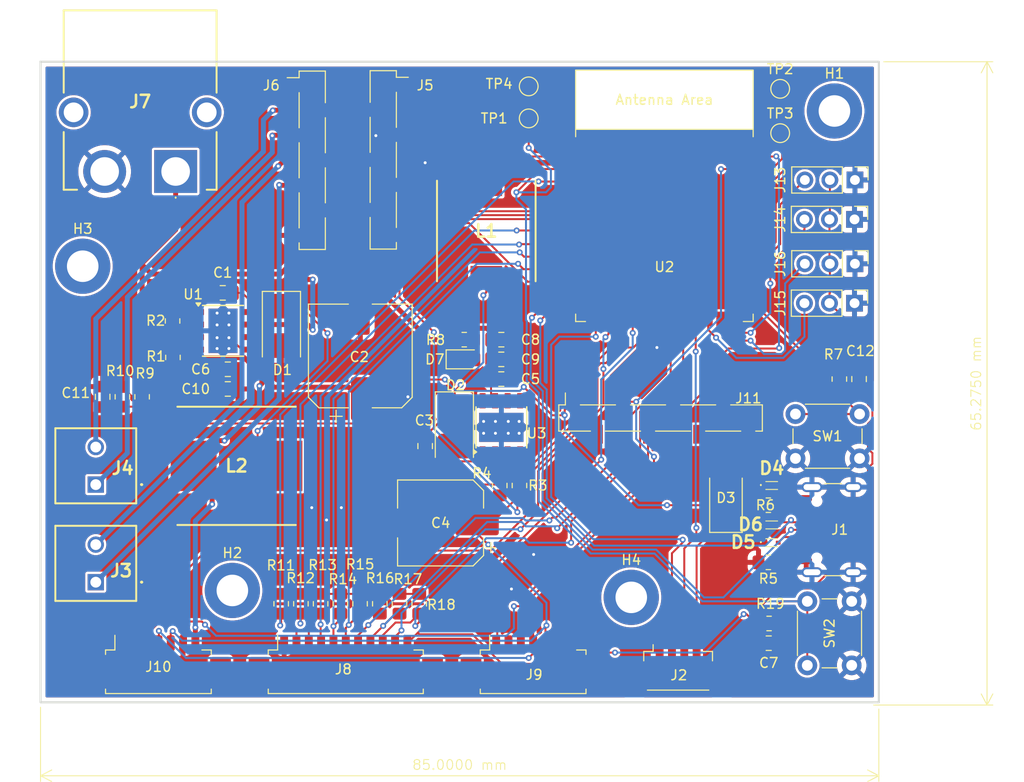
<source format=kicad_pcb>
(kicad_pcb (version 20241229) (generator "pcbnew") (generator_version "9.0")
  (layers (0 "F.Cu" signal) (2 "B.Cu" signal) (13 "F.Paste" user) (15 "B.Paste" user) (5 "F.SilkS" user "F.Silkscreen") (7 "B.SilkS" user "B.Silkscreen") (1 "F.Mask" user) (3 "B.Mask" user) (25 "Edge.Cuts" user))
  (net 0 "")
  (net 1 "Net-(U1-BOOT)")
  (net 2 "Net-(D1-K)")
  (net 3 "GND")
  (net 4 "+5V")
  (net 6 "Net-(D3-A)")
  (net 7 "Net-(D7-A)")
  (net 8 "USB_D-")
  (net 10 "Net-(J1-CC1)")
  (net 11 "RAB1")
  (net 12 "USB_D+")
  (net 13 "RAB2")
  (net 14 "RAB3")
  (net 15 "Net-(J1-CC2)")
  (net 16 "trig")
  (net 17 "ledon")
  (net 18 "echo")
  (net 19 "RAB4")
  (net 20 "M1-")
  (net 22 "M1+")
  (net 23 "M2+")
  (net 24 "RAB5")
  (net 25 "M2-")
  (net 27 "+3.3V")
  (net 28 "Net-(U2-U0RXD{slash}GPIO44{slash}CLK_OUT2)")
  (net 30 "DRV1G")
  (net 31 "Net-(U2-U0TXD{slash}GPIO43{slash}CLK_OUT1)")
  (net 32 "DRV2G")
  (net 34 "DRV1P")
  (net 35 "DRV2P")
  (net 36 "LIPO11V1")
  (net 38 "NB3")
  (net 40 "NB6")
  (net 41 "NB8")
  (net 42 "NB1")
  (net 43 "NB2")
  (net 44 "NB4")
  (net 46 "NB7")
  (net 47 "NB5")
  (net 48 "LED1")
  (net 49 "SDA")
  (net 51 "SCL")
  (net 56 "LED2")
  (net 61 "Net-(U1-VSENSE)")
  (net 62 "Net-(U3-VSENSE)")
  (net 63 "BOOT")
  (net 64 "indiclipo")
  (net 65 "EN")
  (net 66 "Net-(U3-BOOT)")
  (net 67 "Net-(D2-K)")
  (footprint "Connector_Molex:Molex_PicoBlade_53261-0771_1x07-1MP_P1.25mm_Horizontal" (layer "F.Cu") (at 116.95 106.4)
    (property "Reference" "J10")
    (property "Value" "Conn_01x07")
  )
  (footprint "Connector_Molex:Molex_PicoBlade_53261-0771_1x07-1MP_P1.25mm_Horizontal" (layer "F.Cu") (at 154.95 106.4)
    (property "Reference" "J9")
    (property "Value" "Conn_01x07")
  )
  (footprint "Resistor_SMD:R_0805_2012Metric_Pad1.20x1.40mm_HandSolder" (layer "F.Cu") (at 133.4 100 -90)
    (property "Reference" "R13")
    (property "Value" "47k")
  )
  (footprint "SamacSys_Parts:LESD5D50CT1G" (layer "F.Cu") (at 179.14 88)
    (property "Reference" "D4")
    (property "Value" "LESD5D5.0CT1G" (hide yes))
  )
  (footprint "Capacitor_SMD:C_0805_2012Metric_Pad1.18x1.45mm_HandSolder" (layer "F.Cu") (at 123.475 68.455)
    (property "Reference" "C1")
    (property "Value" "10nF78mOhm" (hide yes))
  )
  (footprint "Capacitor_SMD:C_0805_2012Metric_Pad1.18x1.45mm_HandSolder" (layer "F.Cu") (at 151.725 73.2 180)
    (property "Reference" "C8")
    (property "Value" "4.7uF3mOhm" (hide yes))
  )
  (footprint "TestPoint:TestPoint_Pad_D1.5mm" (layer "F.Cu") (at 154.5 47.5)
    (property "Reference" "TP4")
    (property "Value" "3.3V")
  )
  (footprint "Capacitor_SMD:C_0805_2012Metric_Pad1.18x1.45mm_HandSolder" (layer "F.Cu") (at 178.8375 104)
    (property "Reference" "C7")
    (property "Value" "1uF/10V/10%/X5R/C0603")
  )
  (footprint "LED_SMD:LED_0805_2012Metric_Pad1.15x1.40mm_HandSolder" (layer "F.Cu") (at 147.9875 75.2)
    (property "Reference" "D7")
    (property "Value" "LED")
  )
  (footprint "SamacSys_Parts:INDPM120120X620N" (layer "F.Cu") (at 124.875 86.005 180)
    (property "Reference" "L2")
    (property "Value" "15uH32mOhm" (hide yes))
  )
  (footprint "Capacitor_SMD:C_0805_2012Metric_Pad1.18x1.45mm_HandSolder" (layer "F.Cu") (at 144 84 90)
    (property "Reference" "C3")
    (property "Value" "10nF78mOhm")
  )
  (footprint "TestPoint:TestPoint_Pad_D1.5mm" (layer "F.Cu") (at 180 47.75)
    (property "Reference" "TP2")
    (property "Value" "TX")
  )
  (footprint "Resistor_SMD:R_0805_2012Metric_Pad1.20x1.40mm_HandSolder" (layer "F.Cu") (at 118.425 75.005 90)
    (property "Reference" "R1")
    (property "Value" "10K")
  )
  (footprint "MountingHole:MountingHole_3.2mm_M3_DIN965_Pad_TopBottom" (layer "F.Cu") (at 164.9 99.35)
    (property "Reference" "H4")
    (property "Value" "MountingHole_Pad_MP")
  )
  (footprint "Resistor_SMD:R_0805_2012Metric_Pad1.20x1.40mm_HandSolder" (layer "F.Cu") (at 135.4 100 -90)
    (property "Reference" "R14")
    (property "Value" "47k")
  )
  (footprint "SamacSys_Parts:XT60PWM" (layer "F.Cu") (at 118.7 56.1375 180)
    (property "Reference" "J7")
    (property "Value" "xt60pm" (hide yes))
  )
  (footprint "Connector_PinSocket_2.54mm:PinSocket_1x07_P2.54mm_Vertical_SMD_Pin1Left" (layer "F.Cu") (at 132.55 55)
    (property "Reference" "J6")
    (property "Value" "Conn_01x07")
  )
  (footprint "Resistor_SMD:R_0805_2012Metric_Pad1.20x1.40mm_HandSolder" (layer "F.Cu") (at 153.5625 88 90)
    (property "Reference" "R3")
    (property "Value" "10k")
  )
  (footprint "Connector_PinHeader_2.54mm:PinHeader_1x03_P2.54mm_Vertical" (layer "F.Cu") (at 187.54 69.5 -90)
    (property "Reference" "J15")
    (property "Value" "Conn_01x03")
  )
  (footprint "PCM_Espressif:ESP32-S3-WROOM-2" (layer "F.Cu") (at 168.26 61.61)
    (property "Reference" "U2")
    (property "Value" "ESP32-S3-WROOM-2")
  )
  (footprint "Library:B340LA" (layer "F.Cu") (at 146.9625 82 -90)
    (property "Reference" "D2")
    (property "Value" "500mV3A")
  )
  (footprint "Resistor_SMD:R_0805_2012Metric_Pad1.20x1.40mm_HandSolder" (layer "F.Cu") (at 178.875 102)
    (property "Reference" "R19")
    (property "Value" "10k")
  )
  (footprint "Resistor_SMD:R_0805_2012Metric_Pad1.20x1.40mm_HandSolder" (layer "F.Cu") (at 115.3 79 -90)
    (property "Reference" "R9")
    (property "Value" "100k")
  )
  (footprint "Resistor_SMD:R_0805_2012Metric_Pad1.20x1.40mm_HandSolder" (layer "F.Cu") (at 178.8 90 180)
    (property "Reference" "R6")
    (property "Value" "5.1k")
  )
  (footprint "TestPoint:TestPoint_Pad_D1.5mm" (layer "F.Cu") (at 154.5 50.75)
    (property "Reference" "TP1")
    (property "Value" "TestPoint")
  )
  (footprint "MountingHole:MountingHole_3.2mm_M3_DIN965_Pad_TopBottom" (layer "F.Cu") (at 185.5 50)
    (property "Reference" "H1")
    (property "Value" "MountingHole_Pad_MP")
  )
  (footprint "Capacitor_SMD:CP_Elec_8x10.5" (layer "F.Cu") (at 145.5625 91.8 180)
    (property "Reference" "C4")
    (property "Value" "560uF 9mOhm")
  )
  (footprint "Connector_Molex:Molex_PicoBlade_53398-0471_1x04-1MP_P1.25mm_Vertical" (layer "F.Cu") (at 169.65 106.05)
    (property "Reference" "J2")
    (property "Value" "Conn_01x04")
  )
  (footprint "Capacitor_SMD:C_0805_2012Metric_Pad1.18x1.45mm_HandSolder" (layer "F.Cu") (at 111.3 79 -90)
    (property "Reference" "C11")
    (property "Value" "100nF")
  )
  (footprint "SamacSys_Parts:INDPM102100X510N" (layer "F.Cu") (at 150.2 62.175 90)
    (property "Reference" "L1")
    (property "Value" "10uH31mOhm" (hide yes))
  )
  (footprint "Capacitor_SMD:CP_Elec_10x12.6" (layer "F.Cu") (at 137.425 74.855 90)
    (property "Reference" "C2")
    (property "Value" "330uF25mOhm")
  )
  (footprint "Resistor_SMD:R_0805_2012Metric_Pad1.20x1.40mm_HandSolder" (layer "F.Cu") (at 147.9625 73.2)
    (property "Reference" "R8")
    (property "Value" "R")
  )
  (footprint "Connector_PinHeader_2.54mm:PinHeader_1x03_P2.54mm_Vertical" (layer "F.Cu") (at 187.54 61 -90)
    (property "Reference" "J14")
    (property "Value" "Conn_01x03")
  )
  (footprint "Resistor_SMD:R_0805_2012Metric_Pad1.20x1.40mm_HandSolder" (layer "F.Cu") (at 129.4 100 -90)
    (property "Reference" "R11")
    (property "Value" "47k" (hide yes))
  )
  (footprint "Resistor_SMD:R_0805_2012Metric_Pad1.20x1.40mm_HandSolder" (layer "F.Cu") (at 151.5625 88 -90)
    (property "Reference" "R4")
    (property "Value" "5.9k")
  )
  (footprint "Package_SO:TI_SO-PowerPAD-8_ThermalVias" (layer "F.Cu") (at 123.5 72.305)
    (property "Reference" "U1")
    (property "Value" "TPS5431DDA" (hide yes))
  )
  (footprint "Capacitor_SMD:C_0805_2012Metric_Pad1.18x1.45mm_HandSolder" (layer "F.Cu") (at 123.9875 78.205 180)
    (property "Reference" "C10")
    (property "Value" "22uF2mOhm" (hide yes))
  )
  (footprint "Capacitor_SMD:C_0805_2012Metric_Pad1.18x1.45mm_HandSolder" (layer "F.Cu") (at 151.72 75.2 180)
    (property "Reference" "C9")
    (property "Value" "4.7uF3mOhm" (hide yes))
  )
  (footprint "Connector_USB:USB_C_Receptacle_GCT_USB4105-xx-A_16P_TopMnt_Horizontal" (layer "F.Cu") (at 186.325 92.48 90)
    (property "Reference" "J1")
    (property "Value" "USB_C_Receptacle_USB2.0_14P")
  )
  (footprint "MountingHole:MountingHole_3.2mm_M3_DIN965_Pad_TopBottom" (layer "F.Cu") (at 124.45 98.65)
    (property "Reference" "H2")
    (property "Value" "MountingHole_Pad_MP")
  )
  (footprint "Resistor_SMD:R_0805_2012Metric_Pad1.20x1.40mm_HandSolder" (layer "F.Cu") (at 143.4 100 -90)
    (property "Reference" "R18")
    (property "Value" "47k")
  )
  (footprint "Resistor_SMD:R_0805_2012Metric_Pad1.20x1.40mm_HandSolder" (layer "F.Cu") (at 186 77.2 90)
    (property "Reference" "R7")
    (property "Value" "10k")
  )
  (footprint "Resistor_SMD:R_0805_2012Metric_Pad1.20x1.40mm_HandSolder" (layer "F.Cu") (at 139.4 100 -90)
    (property "Reference" "R16")
    (property "Value" "47k")
  )
  (footprint "Connector_PinHeader_2.54mm:PinHeader_1x03_P2.54mm_Vertical" (layer "F.Cu") (at 187.58 65.5 -90)
    (property "Reference" "J16")
    (property "Value" "Conn_01x03")
  )
  (footprint "Connector_PinSocket_2.54mm:PinSocket_1x07_P2.54mm_Vertical_SMD_Pin1Right" (layer "F.Cu") (at 139.75 54.96)
    (property "Reference" "J5")
    (property "Value" "Conn_01x07")
  )
  (footprint "Resistor_SMD:R_0805_2012Metric_Pad1.20x1.40mm_HandSolder" (layer "F.Cu") (at 118.3875 71.305 90)
    (property "Reference" "R2")
    (property "Value" "3.24K")
  )
  (footprint "Resistor_SMD:R_0805_2012Metric_Pad1.20x1.40mm_HandSolder" (layer "F.Cu") (at 131.4 100 -90)
    (property "Reference" "R12")
    (property "Value" "47k")
  )
  (footprint "Capacitor_SMD:C_0805_2012Metric_Pad1.18x1.45mm_HandSolder" (layer "F.Cu") (at 151.72 77.2 180)
    (property "Reference" "C5")
    (property "Value" "4.7uF3mOhm" (hide yes))
  )
  (footprint "SamacSys_Parts:LESD5D50CT1G" (layer "F.Cu") (at 179.14 92)
    (property "Reference" "D6")
    (property "Value" "LESD5D5.0CT1G" (hide yes))
  )
  (footprint "Capacitor_SMD:C_0805_2012Metric_Pad1.18x1.45mm_HandSolder" (layer "F.Cu") (at 123.9875 76.205 180)
    (property "Reference" "C6")
    (property "Value" "22uF2mOhm" (hide yes))
  )
  (footprint "Connector_PinSocket_2.54mm:PinSocket_1x08_P2.54mm_Vertical_SMD_Pin1Right" (layer "F.Cu") (at 167.87 81.15 90)
    (property "Reference" "J11")
    (property "Value" "Conn_01x08")
  )
  (footprint "Button_Switch_THT:SW_PUSH_6mm_H5mm" (layer "F.Cu") (at 182.75 106.25 90)
    (property "Reference" "SW2")
    (property "Value" "push button RST")
  )
  (footprint "Connector_Molex:Molex_PicoBlade_53261-1171_1x11-1MP_P1.25mm_Horizontal" (layer "F.Cu") (at 135.95 106.4)
    (property "Reference" "J8")
    (property "Value" "Conn_01x11")
  )
  (footprint "TestPoint:TestPoint_Pad_D1.5mm" (layer "F.Cu") (at 180 52.25)
    (property "Reference" "TP3")
    (property "Value" "RX")
  )
  (footprint "Button_Switch_THT:SW_PUSH_6mm_H5mm" (layer "F.Cu") (at 181.55 80.75)
    (property "Reference" "SW1")
    (property "Value" "push button")
  )
  (footprint "Capacitor_SMD:C_0805_2012Metric_Pad1.18x1.45mm_HandSolder" (layer "F.Cu") (at 188 77.2 90)
    (property "Reference" "C12")
    (property "Value" "1uF/10V/10%/X5R/C0603")
  )
  (footprint "Package_SO:TI_SO-PowerPAD-8_ThermalVias" (layer "F.Cu") (at 151.7275 82.1 90)
    (property "Reference" "U3")
    (property "Value" "TPS5431DDA")
  )
  (footprint "MountingHole:MountingHole_3.2mm_M3_DIN965_Pad_TopBottom" (layer "F.Cu") (at 109.275 65.75)
    (property "Reference" "H3")
    (property "Value" "MountingHole_Pad_MP")
  )
  (footprint "SamacSys_Parts:2843922" (layer "F.Cu") (at 110.6 97.81 90)
    (property "Reference" "J3")
    (property "Value" "Conn_01x02" (hide yes))
  )
  (footprint "Resistor_SMD:R_0805_2012Metric_Pad1.20x1.40mm_HandSolder" (layer "F.Cu") (at 178.8 95.8 180)
    (property "Reference" "R5")
    (property "Value" "5.1k")
  )
  (footprint "SamacSys_Parts:2843922" (layer "F.Cu") (at 110.6 87.91 90)
    (property "Reference" "J4")
    (property "Value" "Conn_01x02" (hide yes))
  )
  (footprint "Resistor_SMD:R_0805_2012Metric_Pad1.20x1.40mm_HandSolder" (layer "F.Cu") (at 113.3 79 90)
    (property "Reference" "R10")
    (property "Value" "27k")
  )
  (footprint "Connector_PinHeader_2.54mm:PinHeader_1x03_P2.54mm_Vertical" (layer "F.Cu") (at 187.58 57 -90)
    (property "Reference" "J13")
    (property "Value" "Conn_01x03")
  )
  (footprint "Library:B340LA" (layer "F.Cu") (at 129.425 71.805 -90)
    (property "Reference" "D1")
    (property "Value" "450mV3A")
  )
  (footprint "Diode_SMD:D_SMA" (layer "F.Cu") (at 174.5 89.25 90)
    (property "Reference" "D3")
    (property "Value" "B130-E3")
  )
  (footprint "Resistor_SMD:R_0805_2012Metric_Pad1.20x1.40mm_HandSolder" (layer "F.Cu") (at 141.4 100 -90)
    (property "Reference" "R17")
    (property "Value" "47k")
  )
  (footprint "SamacSys_Parts:LESD5D50CT1G" (layer "F.Cu") (at 179.14 93.8)
    (property "Reference" "D5")
    (property "Value" "LESD5D5.0CT1G" (hide yes))
  )
  (footprint "Resistor_SMD:R_0805_2012Metric_Pad1.20x1.40mm_HandSolder" (layer "F.Cu") (at 137.4 100 -90)
    (property "Reference" "R15")
    (property "Value" "47k")
  )
  (gr_rect (start 105 45) (end 190 110) (stroke (width 0.2)) (fill no) (layer "Edge.Cuts"))
  (dimension (type orthogonal) (layer "F.SilkS") (pts (xy 105 110) (xy 190 110.18235)) (height 7.45) (orientation 0) (format (prefix "") (suffix "") (units 3) (units_format 1) (precision 4)) (style (thickness 0.1) (arrow_length 1.27) (text_position_mode 0) (arrow_direction outward) (extension_height 0.58642) (extension_offset 0.5) (keep_text_aligned yes)) (gr_text "85,0000 mm" (at 147.5 116.35 0) (layer "F.SilkS") (effects (font (size 1 1) (thickness 0.1)))))
  (dimension (type orthogonal) (layer "F.SilkS") (pts (xy 190 45) (xy 188.98 110.275)) (height 10.975) (orientation 1) (format (prefix "") (suffix "") (units 3) (units_format 1) (precision 4)) (style (thickness 0.1) (arrow_length 1.27) (text_position_mode 0) (arrow_direction outward) (extension_height 0.58642) (extension_offset 0.5) (keep_text_aligned yes)) (gr_text "65,2750 mm" (at 199.875 77.6375 90) (layer "F.SilkS") (effects (font (size 1 1) (thickness 0.1)))))
  (segment (start 122.4375 68.455) (end 121.545 68.455) (width 0.2) (layer "F.Cu") (net 1))
  (segment (start 120.8 69.2) (end 120.8 70.4) (width 0.2) (layer "F.Cu") (net 1))
  (segment (start 121.545 68.455) (end 120.8 69.2) (width 0.2) (layer "F.Cu") (net 1))
  (segment (start 129.4625 69.805) (end 126.795 69.805) (width 0.2) (layer "F.Cu") (net 2))
  (segment (start 124.5125 68.455) (end 125.455 68.455) (width 0.2) (layer "F.Cu") (net 2))
  (segment (start 131.355 69.805) (end 134.1 72.55) (width 0.2) (layer "F.Cu") (net 2))
  (segment (start 127.010331 83.790331) (end 129.225 86.005) (width 0.2) (layer "F.Cu") (net 2))
  (segment (start 129.4625 69.805) (end 131.355 69.805) (width 0.2) (layer "F.Cu") (net 2))
  (segment (start 126.2 69.2) (end 126.2 70.4) (width 0.2) (layer "F.Cu") (net 2))
  (segment (start 126.795 69.805) (end 126.2 70.4) (width 0.2) (layer "F.Cu") (net 2))
  (segment (start 125.455 68.455) (end 126.2 69.2) (width 0.2) (layer "F.Cu") (net 2))
  (segment (start 127.010331 82.460331) (end 127.010331 83.790331) (width 0.2) (layer "F.Cu") (net 2))
  (via (at 134.1 72.55) (size 0.6) (drill 0.3) (layers "F.Cu" "B.Cu") (net 2))
  (via (at 127.010331 82.460331) (size 0.6) (drill 0.3) (layers "F.Cu" "B.Cu") (net 2))
  (segment (start 134.1 75.370662) (end 127.010331 82.460331) (width 0.2) (layer "B.Cu") (net 2))
  (segment (start 134.1 72.55) (end 134.1 75.370662) (width 0.2) (layer "B.Cu") (net 2))
  (segment (start 125.025 78.205) (end 123.999 79.231) (width 0.2) (layer "F.Cu") (net 3))
  (segment (start 114.201 78.901) (end 113.3 78) (width 0.2) (layer "F.Cu") (net 3))
  (segment (start 123.5 72.305) (end 125.405 74.21) (width 0.2) (layer "F.Cu") (net 3))
  (segment (start 111.5 56.1375) (end 112.7 57.3375) (width 0.5) (layer "F.Cu") (net 3))
  (segment (start 125.405 74.21) (end 126.2 74.21) (width 0.2) (layer "F.Cu") (net 3))
  (segment (start 153.6275 82.8) (end 153.5275 82.7) (width 0.2) (layer "F.Cu") (net 3))
  (segment (start 129.425 73.805) (end 127.065 73.805) (width 0.2) (layer "F.Cu") (net 3))
  (segment (start 115.901 78.901) (end 114.201 78.901) (width 0.2) (layer "F.Cu") (net 3))
  (segment (start 116.231 79.231) (end 115.901 78.901) (width 0.2) (layer "F.Cu") (net 3))
  (segment (start 127.065 73.805) (end 126.2 72.94) (width 0.2) (layer "F.Cu") (net 3))
  (segment (start 123.999 79.231) (end 116.231 79.231) (width 0.2) (layer "F.Cu") (net 3))
  (via (at 132.5 90.25) (size 0.6) (drill 0.3) (layers "F.Cu" "B.Cu") (net 3))
  (via (at 135.5 90.25) (size 0.6) (drill 0.3) (layers "F.Cu" "B.Cu") (net 3))
  (via (at 142.25 79) (size 0.6) (drill 0.3) (layers "F.Cu" "B.Cu") (net 3))
  (via (at 167.5 74) (size 0.6) (drill 0.3) (layers "F.Cu" "B.Cu") (net 3))
  (via (at 155 95) (size 0.6) (drill 0.3) (layers "F.Cu" "B.Cu") (net 3))
  (via (at 152.75 98.5) (size 0.6) (drill 0.3) (layers "F.Cu" "B.Cu") (net 3))
  (via (at 139 52.5) (size 0.6) (drill 0.3) (layers "F.Cu" "B.Cu") (net 3))
  (via (at 144 55.25) (size 0.6) (drill 0.3) (layers "F.Cu" "B.Cu") (net 3))
  (via (at 134 91.5) (size 0.6) (drill 0.3) (layers "F.Cu" "B.Cu") (net 3))
  (segment (start 125.659792 75.029) (end 127.440396 76.809604) (width 0.5) (layer "F.Cu") (net 4))
  (segment (start 171.525 94.225) (end 173.975 91.775) (width 0.2) (layer "F.Cu") (net 4))
  (segment (start 127.440396 77.659604) (end 127.2 77.9) (width 0.5) (layer "F.Cu") (net 4))
  (segment (start 139.38 77.25) (end 137.425 79.205) (width 0.2) (layer "F.Cu") (net 4))
  (segment (start 154 78) (end 156.875 80.875) (width 0.2) (layer "F.Cu") (net 4))
  (segment (start 172.2 90) (end 168.525 90) (width 0.2) (layer "F.Cu") (net 4))
  (segment (start 123.08 83.45) (end 120.525 86.005) (width 0.5) (layer "F.Cu") (net 4))
  (segment (start 120.7 104) (end 120.7 102.4) (width 0.5) (layer "F.Cu") (net 4))
  (segment (start 173.975 91.775) (end 172.2 90) (width 0.2) (layer "F.Cu") (net 4))
  (segment (start 127.440396 76.809604) (end 128.655792 78.025) (width 0.5) (layer "F.Cu") (net 4))
  (segment (start 118.425 76.005) (end 119.401 75.029) (width 0.5) (layer "F.Cu") (net 4))
  (segment (start 137.425 79.205) (end 137.425 78.325) (width 0.5) (layer "F.Cu") (net 4))
  (segment (start 158.15 80.33) (end 158.98 79.5) (width 0.2) (layer "F.Cu") (net 4))
  (segment (start 123.65 83.45) (end 123.08 83.45) (width 0.5) (layer "F.Cu") (net 4))
  (segment (start 128.655792 78.025) (end 136.245 78.025) (width 0.5) (layer "F.Cu") (net 4))
  (segment (start 158.15 80.875) (end 158.15 80.33) (width 0.2) (layer "F.Cu") (net 4))
  (segment (start 146 77.25) (end 139.38 77.25) (width 0.2) (layer "F.Cu") (net 4))
  (segment (start 120.7 86.18) (end 120.525 86.005) (width 0.2) (layer "F.Cu") (net 4))
  (segment (start 122.4 89.9) (end 122.4 87.88) (width 0.5) (layer "F.Cu") (net 4))
  (segment (start 119.401 75.029) (end 125.659792 75.029) (width 0.5) (layer "F.Cu") (net 4))
  (segment (start 127.440396 76.809604) (end 127.440396 77.659604) (width 0.5) (layer "F.Cu") (net 4))
  (segment (start 122.4 87.88) (end 120.525 86.005) (width 0.5) (layer "F.Cu") (net 4))
  (segment (start 156.875 80.875) (end 158.15 80.875) (width 0.2) (layer "F.Cu") (net 4))
  (segment (start 171.525 104.8) (end 171.525 94.225) (width 0.2) (layer "F.Cu") (net 4))
  (segment (start 137.425 78.325) (end 137.75 78) (width 0.5) (layer "F.Cu") (net 4))
  (segment (start 136.245 78.025) (end 137.425 79.205) (width 0.5) (layer "F.Cu") (net 4))
  (via (at 120.7 102.4) (size 0.6) (drill 0.3) (layers "F.Cu" "B.Cu") (net 4))
  (via (at 127.2 77.9) (size 0.6) (drill 0.3) (layers "F.Cu" "B.Cu") (net 4))
  (via (at 123.65 83.45) (size 0.6) (drill 0.3) (layers "F.Cu" "B.Cu") (net 4))
  (via (at 168.525 90) (size 0.6) (drill 0.3) (layers "F.Cu" "B.Cu") (net 4))
  (via (at 158.15 80.875) (size 0.6) (drill 0.3) (layers "F.Cu" "B.Cu") (net 4))
  (via (at 122.4 89.9) (size 0.6) (drill 0.3) (layers "F.Cu" "B.Cu") (net 4))
  (via (at 146 77.25) (size 0.6) (drill 0.3) (layers "F.Cu" "B.Cu") (net 4))
  (via (at 154 78) (size 0.6) (drill 0.3) (layers "F.Cu" "B.Cu") (net 4))
  (segment (start 127.2 77.9) (end 127.2 79.9) (width 0.5) (layer "B.Cu") (net 4))
  (segment (start 120.7 102.4) (end 120.7 91.6) (width 0.5) (layer "B.Cu") (net 4))
  (segment (start 120.7 91.6) (end 122.4 89.9) (width 0.5) (layer "B.Cu") (net 4))
  (segment (start 154 78) (end 153.599 78.401) (width 0.2) (layer "B.Cu") (net 4))
  (segment (start 127.2 79.9) (end 123.65 83.45) (width 0.5) (layer "B.Cu") (net 4))
  (segment (start 158 80.725) (end 158.15 80.875) (width 0.5) (layer "B.Cu") (net 4))
  (segment (start 165.625057 90) (end 158.15 82.524943) (width 0.2) (layer "B.Cu") (net 4))
  (segment (start 147.151 78.401) (end 146 77.25) (width 0.2) (layer "B.Cu") (net 4))
  (segment (start 158.15 82.524943) (end 158.15 80.875) (width 0.2) (layer "B.Cu") (net 4))
  (segment (start 153.599 78.401) (end 147.151 78.401) (width 0.2) (layer "B.Cu") (net 4))
  (segment (start 168.525 90) (end 165.625057 90) (width 0.2) (layer "B.Cu") (net 4))
  (segment (start 179.05 87.25) (end 179.8 88) (width 0.2) (layer "F.Cu") (net 6))
  (segment (start 183.219999 90.08) (end 182.645 90.08) (width 0.2) (layer "F.Cu") (net 6))
  (segment (start 183.922 94.078) (end 183.922 90.782001) (width 0.2) (layer "F.Cu") (net 6))
  (segment (start 181.88 90.08) (end 182.645 90.08) (width 0.2) (layer "F.Cu") (net 6))
  (segment (start 183.922 90.782001) (end 183.219999 90.08) (width 0.2) (layer "F.Cu") (net 6))
  (segment (start 174.5 87.25) (end 179.05 87.25) (width 0.2) (layer "F.Cu") (net 6))
  (segment (start 183.12 94.88) (end 183.922 94.078) (width 0.2) (layer "F.Cu") (net 6))
  (segment (start 182.645 94.88) (end 183.12 94.88) (width 0.2) (layer "F.Cu") (net 6))
  (segment (start 179.8 88) (end 181.88 90.08) (width 0.2) (layer "F.Cu") (net 6))
  (segment (start 148.9625 75.15) (end 149.0125 75.2) (width 0.2) (layer "F.Cu") (net 7))
  (segment (start 148.9625 73.2) (end 148.9625 75.15) (width 0.2) (layer "F.Cu") (net 7))
  (segment (start 180.37 93.23) (end 181.9 93.23) (width 0.2) (layer "F.Cu") (net 8))
  (segment (start 181.769 92.497176) (end 181.102824 92.497176) (width 0.2) (layer "F.Cu") (net 8))
  (segment (start 157.21 68.59) (end 159.51 68.59) (width 0.2) (layer "F.Cu") (net 8))
  (segment (start 181.769 92.497176) (end 181.769 93.099) (width 0.2) (layer "F.Cu") (net 8))
  (segment (start 182.036176 92.23) (end 181.769 92.497176) (width 0.2) (layer "F.Cu") (net 8))
  (segment (start 182.645 92.23) (end 182.036176 92.23) (width 0.2) (layer "F.Cu") (net 8))
  (segment (start 181.9 93.23) (end 182.645 93.23) (width 0.2) (layer "F.Cu") (net 8))
  (segment (start 154.824265 70.975735) (end 157.21 68.59) (width 0.2) (layer "F.Cu") (net 8))
  (segment (start 181.769 93.099) (end 181.9 93.23) (width 0.2) (layer "F.Cu") (net 8))
  (segment (start 181.102824 92.497176) (end 181.1 92.5) (width 0.2) (layer "F.Cu") (net 8))
  (segment (start 179.8 93.8) (end 180.37 93.23) (width 0.2) (layer "F.Cu") (net 8))
  (via (at 154.824265 70.975735) (size 0.6) (drill 0.3) (layers "F.Cu" "B.Cu") (net 8))
  (via (at 181.1 92.5) (size 0.6) (drill 0.3) (layers "F.Cu" "B.Cu") (net 8))
  (segment (start 155.506784 78.006784) (end 155.4562 77.9562) (width 0.2) (layer "B.Cu") (net 8))
  (segment (start 160.9681 94.501) (end 160.7332 94.2661) (width 0.2) (layer "B.Cu") (net 8))
  (segment (start 167.426 94.501) (end 161.3003 94.501) (width 0.2) (layer "B.Cu") (net 8))
  (segment (start 160.7332 94.2661) (end 156.1609 89.6938) (width 0.2) (layer "B.Cu") (net 8))
  (segment (start 154.7 71.1) (end 154.824265 70.975735) (width 0.2) (layer "B.Cu") (net 8))
  (segment (start 174.251 99.349) (end 172.274 99.349) (width 0.2) (layer "B.Cu") (net 8))
  (segment (start 161.3003 94.501) (end 160.9681 94.501) (width 0.2) (layer "B.Cu") (net 8))
  (segment (start 155.926 78.7582) (end 155.926 78.426) (width 0.2) (layer "B.Cu") (net 8))
  (segment (start 181.1 92.5) (end 174.251 99.349) (width 0.2) (layer "B.Cu") (net 8))
  (segment (start 155.926 83.001) (end 155.926 79.0904) (width 0.2) (layer "B.Cu") (net 8))
  (segment (start 154.7 77.2) (end 154.7 71.1) (width 0.2) (layer "B.Cu") (net 8))
  (segment (start 155.926 89.1267) (end 155.926 83.001) (width 0.2) (layer "B.Cu") (net 8))
  (segment (start 155.6911 78.1911) (end 155.506784 78.006784) (width 0.2) (layer "B.Cu") (net 8))
  (segment (start 155.926 89.4589) (end 155.926 89.1267) (width 0.2) (layer "B.Cu") (net 8))
  (segment (start 156.1609 89.6938) (end 155.926 89.4589) (width 0.2) (layer "B.Cu") (net 8))
  (segment (start 172.274 99.349) (end 167.426 94.501) (width 0.2) (layer "B.Cu") (net 8))
  (segment (start 155.4562 77.9562) (end 155.271884 77.771884) (width 0.2) (layer "B.Cu") (net 8))
  (segment (start 155.271884 77.771884) (end 154.7 77.2) (width 0.2) (layer "B.Cu") (net 8))
  (segment (start 155.926 79.0904) (end 155.926 78.7582) (width 0.2) (layer "B.Cu") (net 8))
  (segment (start 155.926 78.426) (end 155.6911 78.1911) (width 0.2) (layer "B.Cu") (net 8))
  (segment (start 181.87 93.73) (end 182.645 93.73) (width 0.2) (layer "F.Cu") (net 10))
  (segment (start 179.8 95.8) (end 181.87 93.73) (width 0.2) (layer "F.Cu") (net 10))
  (segment (start 178.72 64.78) (end 177.01 64.78) (width 0.2) (layer "F.Cu") (net 11))
  (segment (start 182.5 57) (end 180 59.5) (width 0.2) (layer "F.Cu") (net 11))
  (segment (start 180 63.5) (end 178.72 64.78) (width 0.2) (layer "F.Cu") (net 11))
  (segment (start 180 59.5) (end 180 63.5) (width 0.2) (layer "F.Cu") (net 11))
  (segment (start 183.253824 91.73) (end 183.521 91.997176) (width 0.2) (layer "F.Cu") (net 12))
  (segment (start 183.253824 92.73) (end 182.645 92.73) (width 0.2) (layer "F.Cu") (net 12))
  (segment (start 183.521 92.462824) (end 183.253824 92.73) (width 0.2) (layer "F.Cu") (net 12))
  (segment (start 181.2 91.73) (end 182.645 91.73) (width 0.2) (layer "F.Cu") (net 12))
  (segment (start 157.070138 69.86) (end 159.51 69.86) (width 0.2) (layer "F.Cu") (net 12))
  (segment (start 181.2 91.73) (end 181.2 91.6) (width 0.2) (layer "F.Cu") (net 12))
  (segment (start 180.07 91.73) (end 181.2 91.73) (width 0.2) (layer "F.Cu") (net 12))
  (segment (start 182.645 91.73) (end 183.253824 91.73) (width 0.2) (layer "F.Cu") (net 12))
  (segment (start 183.521 91.997176) (end 183.521 92.462824) (width 0.2) (layer "F.Cu") (net 12))
  (segment (start 155.672884 71.257254) (end 157.070138 69.86) (width 0.2) (layer "F.Cu") (net 12))
  (segment (start 179.8 92) (end 180.07 91.73) (width 0.2) (layer "F.Cu") (net 12))
  (segment (start 181.2 91.6) (end 181.1 91.5) (width 0.2) (layer "F.Cu") (net 12))
  (via (at 181.1 91.5) (size 0.6) (drill 0.3) (layers "F.Cu" "B.Cu") (net 12))
  (via (at 155.672884 71.257254) (size 0.6) (drill 0.3) (layers "F.Cu" "B.Cu") (net 12))
  (segment (start 156.327 89.2928) (end 156.327 78.9243) (width 0.2) (layer "B.Cu") (net 12))
  (segment (start 178.5 94.1) (end 161.1342 94.1) (width 0.2) (layer "B.Cu") (net 12))
  (segment (start 156.327 78.5921) (end 156.327 78.2599) (width 0.2) (layer "B.Cu") (net 12))
  (segment (start 156.327 78.2599) (end 156.0921 78.025) (width 0.2) (layer "B.Cu") (net 12))
  (segment (start 155.8572 77.7901) (end 155.672884 77.605784) (width 0.2) (layer "B.Cu") (net 12))
  (segment (start 181.1 91.5) (end 178.5 94.1) (width 0.2) (layer "B.Cu") (net 12))
  (segment (start 156.0921 78.025) (end 155.8572 77.7901) (width 0.2) (layer "B.Cu") (net 12))
  (segment (start 156.327 78.9243) (end 156.327 78.5921) (width 0.2) (layer "B.Cu") (net 12))
  (segment (start 161.1342 94.1) (end 156.327 89.2928) (width 0.2) (layer "B.Cu") (net 12))
  (segment (start 155.672884 77.605784) (end 155.672884 71.257254) (width 0.2) (layer "B.Cu") (net 12))
  (segment (start 175.245 71.745) (end 175.245 71.11) (width 0.2) (layer "F.Cu") (net 13))
  (segment (start 176 72.5) (end 175.245 71.745) (width 0.2) (layer "F.Cu") (net 13))
  (segment (start 182.46 62.04) (end 179 65.5) (width 0.2) (layer "F.Cu") (net 13))
  (segment (start 177 72.5) (end 176 72.5) (width 0.2) (layer "F.Cu") (net 13))
  (segment (start 182.46 61) (end 182.46 62.04) (width 0.2) (layer "F.Cu") (net 13))
  (segment (start 179 65.5) (end 179 67.5) (width 0.2) (layer "F.Cu") (net 13))
  (via (at 177 72.5) (size 0.6) (drill 0.3) (layers "F.Cu" "B.Cu") (net 13))
  (via (at 179 67.5) (size 0.6) (drill 0.3) (layers "F.Cu" "B.Cu") (net 13))
  (segment (start 179 70.5) (end 179 67.5) (width 0.2) (layer "B.Cu") (net 13))
  (segment (start 177 72.5) (end 179 70.5) (width 0.2) (layer "B.Cu") (net 13))
  (segment (start 173.5 73) (end 172.705 72.205) (width 0.2) (layer "F.Cu") (net 14))
  (segment (start 172.705 72.205) (end 172.705 71.11) (width 0.2) (layer "F.Cu") (net 14))
  (via (at 173.5 73) (size 0.6) (drill 0.3) (layers "F.Cu" "B.Cu") (net 14))
  (segment (start 182.46 69.5) (end 182.46 72.907043) (width 0.2) (layer "B.Cu") (net 14))
  (segment (start 180.315043 75.052) (end 175.552 75.052) (width 0.2) (layer "B.Cu") (net 14))
  (segment (start 175.552 75.052) (end 173.5 73) (width 0.2) (layer "B.Cu") (net 14))
  (segment (start 182.46 72.907043) (end 180.315043 75.052) (width 0.2) (layer "B.Cu") (net 14))
  (segment (start 180.53 90.73) (end 182.645 90.73) (width 0.2) (layer "F.Cu") (net 15))
  (segment (start 179.8 90) (end 180.53 90.73) (width 0.2) (layer "F.Cu") (net 15))
  (segment (start 171.435 74.4) (end 171.435 71.11) (width 0.2) (layer "F.Cu") (net 16))
  (segment (start 170.275 94.380771) (end 170.275 104.8) (width 0.2) (layer "F.Cu") (net 16))
  (segment (start 171.5 92.3) (end 171.5 93.155771) (width 0.2) (layer "F.Cu") (net 16))
  (segment (start 171.5 93.155771) (end 170.275 94.380771) (width 0.2) (layer "F.Cu") (net 16))
  (via (at 171.5 92.3) (size 0.6) (drill 0.3) (layers "F.Cu" "B.Cu") (net 16))
  (via (at 171.435 74.4) (size 0.6) (drill 0.3) (layers "F.Cu" "B.Cu") (net 16))
  (segment (start 171.435 74.4) (end 171.435 92.235) (width 0.2) (layer "B.Cu") (net 16))
  (segment (start 171.435 92.235) (end 171.5 92.3) (width 0.2) (layer "B.Cu") (net 16))
  (segment (start 140.95 103.35) (end 141.6 102.7) (width 0.2) (layer "F.Cu") (net 17))
  (segment (start 155.452 90.646472) (end 155.452 86.548) (width 0.2) (layer "F.Cu") (net 17))
  (segment (start 162.6 71.165) (end 162.545 71.11) (width 0.2) (layer "F.Cu") (net 17))
  (segment (start 155.452 86.548) (end 162.075 79.925) (width 0.2) (layer "F.Cu") (net 17))
  (segment (start 162.075 79.925) (end 162.075 76.175) (width 0.2) (layer "F.Cu") (net 17))
  (segment (start 153.661736 92.436736) (end 155.452 90.646472) (width 0.2) (layer "F.Cu") (net 17))
  (segment (start 162.2875 72.9375) (end 162.6 72.625) (width 0.2) (layer "F.Cu") (net 17))
  (segment (start 162.6 72.625) (end 162.6 71.165) (width 0.2) (layer "F.Cu") (net 17))
  (segment (start 140.95 104) (end 140.95 103.35) (width 0.2) (layer "F.Cu") (net 17))
  (via (at 162.2875 72.9375) (size 0.6) (drill 0.3) (layers "F.Cu" "B.Cu") (net 17))
  (via (at 141.6 102.7) (size 0.6) (drill 0.3) (layers "F.Cu" "B.Cu") (net 17))
  (via (at 162.075 76.175) (size 0.6) (drill 0.3) (layers "F.Cu" "B.Cu") (net 17))
  (via (at 153.661736 92.436736) (size 0.6) (drill 0.3) (layers "F.Cu" "B.Cu") (net 17))
  (segment (start 153.648472 92.45) (end 150.10326 92.45) (width 0.2) (layer "B.Cu") (net 17))
  (segment (start 162.075 73.15) (end 162.075 76.175) (width 0.2) (layer "B.Cu") (net 17))
  (segment (start 141.6 100.95326) (end 141.6 102.7) (width 0.2) (layer "B.Cu") (net 17))
  (segment (start 153.661736 92.436736) (end 153.648472 92.45) (width 0.2) (layer "B.Cu") (net 17))
  (segment (start 150.10326 92.45) (end 141.6 100.95326) (width 0.2) (layer "B.Cu") (net 17))
  (segment (start 162.2875 72.9375) (end 162.075 73.15) (width 0.2) (layer "B.Cu") (net 17))
  (segment (start 161.3 72.9) (end 161.3 71.135) (width 0.2) (layer "F.Cu") (net 18))
  (segment (start 170.116121 93.5) (end 170.116121 93.783879) (width 0.2) (layer "F.Cu") (net 18))
  (segment (start 170.116121 93.783879) (end 169.025 94.875) (width 0.2) (layer "F.Cu") (net 18))
  (segment (start 169.025 94.875) (end 169.025 104.8) (width 0.2) (layer "F.Cu") (net 18))
  (segment (start 161.3 71.135) (end 161.275 71.11) (width 0.2) (layer "F.Cu") (net 18))
  (via (at 161.3 72.9) (size 0.6) (drill 0.3) (layers "F.Cu" "B.Cu") (net 18))
  (via (at 170.116121 93.5) (size 0.6) (drill 0.3) (layers "F.Cu" "B.Cu") (net 18))
  (segment (start 161.0513 93.45) (end 156.775 89.1737) (width 0.2) (layer "B.Cu") (net 18))
  (segment (start 157.6 72.9) (end 161.3 72.9) (width 0.2) (layer "B.Cu") (net 18))
  (segment (start 170.116121 93.5) (end 170.066121 93.45) (width 0.2) (layer "B.Cu") (net 18))
  (segment (start 156.775 73.725) (end 157.6 72.9) (width 0.2) (layer "B.Cu") (net 18))
  (segment (start 156.775 89.1737) (end 156.775 73.725) (width 0.2) (layer "B.Cu") (net 18))
  (segment (start 170.066121 93.45) (end 161.0513 93.45) (width 0.2) (layer "B.Cu") (net 18))
  (segment (start 173.975 72.06) (end 175.215003 73.300003) (width 0.2) (layer "F.Cu") (net 19))
  (segment (start 175.215003 73.300003) (end 177 73.300003) (width 0.2) (layer "F.Cu") (net 19))
  (segment (start 173.975 71.11) (end 173.975 72.06) (width 0.2) (layer "F.Cu") (net 19))
  (via (at 177 73.300003) (size 0.6) (drill 0.3) (layers "F.Cu" "B.Cu") (net 19))
  (segment (start 180.5 67.5) (end 182.5 65.5) (width 0.2) (layer "B.Cu") (net 19))
  (segment (start 180.5 74.299943) (end 180.5 67.5) (width 0.2) (layer "B.Cu") (net 19))
  (segment (start 178.350997 74.651) (end 180.148943 74.651) (width 0.2) (layer "B.Cu") (net 19))
  (segment (start 177 73.300003) (end 178.350997 74.651) (width 0.2) (layer "B.Cu") (net 19))
  (segment (start 180.148943 74.651) (end 180.5 74.299943) (width 0.2) (layer "B.Cu") (net 19))
  (segment (start 134.2 55) (end 129.7 55) (width 0.5) (layer "F.Cu") (net 20))
  (segment (start 129.7 55) (end 129.1 55.6) (width 0.5) (layer "F.Cu") (net 20))
  (via (at 129.1 55.6) (size 0.6) (drill 0.3) (layers "F.Cu" "B.Cu") (net 20))
  (segment (start 125.426 79.174) (end 110.6 94) (width 0.5) (layer "B.Cu") (net 20))
  (segment (start 129.1 55.6) (end 125.426 59.274) (width 0.5) (layer "B.Cu") (net 20))
  (segment (start 125.426 59.274) (end 125.426 79.174) (width 0.5) (layer "B.Cu") (net 20))
  (segment (start 130.9 57.54) (end 129.24 57.54) (width 0.5) (layer "F.Cu") (net 22))
  (segment (start 129.24 57.54) (end 129.2 57.5) (width 0.5) (layer "F.Cu") (net 22))
  (via (at 129.2 57.5) (size 0.6) (drill 0.3) (layers "F.Cu" "B.Cu") (net 22))
  (segment (start 129.2 79.21) (end 110.6 97.81) (width 0.5) (layer "B.Cu") (net 22))
  (segment (start 129.2 57.5) (end 129.2 79.21) (width 0.5) (layer "B.Cu") (net 22))
  (segment (start 128.54 52.46) (end 128.5 52.5) (width 0.5) (layer "F.Cu") (net 23))
  (segment (start 130.9 52.46) (end 128.54 52.46) (width 0.5) (layer "F.Cu") (net 23))
  (via (at 128.5 52.5) (size 0.6) (drill 0.3) (layers "F.Cu" "B.Cu") (net 23))
  (segment (start 113.8 84.71) (end 113.8 68.9) (width 0.5) (layer "B.Cu") (net 23))
  (segment (start 110.6 87.91) (end 113.8 84.71) (width 0.5) (layer "B.Cu") (net 23))
  (segment (start 113.8 68.9) (end 128.5 54.2) (width 0.5) (layer "B.Cu") (net 23))
  (segment (start 128.5 54.2) (end 128.5 52.5) (width 0.5) (layer "B.Cu") (net 23))
  (segment (start 134.2 49.92) (end 128.58 49.92) (width 0.5) (layer "F.Cu") (net 25))
  (segment (start 128.58 49.92) (end 128.55 49.95) (width 0.5) (layer "F.Cu") (net 25))
  (via micro (at 110.6 84.1) (size 0.3) (drill 0.1) (layers "F.Cu" "B.Cu") (net 25))
  (via (at 128.55 49.95) (size 0.6) (drill 0.3) (layers "F.Cu" "B.Cu") (net 25))
  (segment (start 110.6 71.108636) (end 110.6 84.1) (width 0.5) (layer "B.Cu") (net 25))
  (segment (start 127.6 50.9) (end 127.6 54.108636) (width 0.5) (layer "B.Cu") (net 25))
  (segment (start 128.55 49.95) (end 127.6 50.9) (width 0.5) (layer "B.Cu") (net 25))
  (segment (start 127.6 54.108636) (end 110.6 71.108636) (width 0.5) (layer "B.Cu") (net 25))
  (segment (start 149.2625 91.8) (end 150.7625 91.8) (width 0.2) (layer "F.Cu") (net 27))
  (segment (start 141.4 62.58) (end 141.4 68.969669) (width 0.2) (layer "F.Cu") (net 27))
  (segment (start 185 65.46) (end 185.04 65.5) (width 0.2) (layer "F.Cu") (net 27))
  (segment (start 188.66016 77.299) (end 188.71016 77.349) (width 0.2) (layer "F.Cu") (net 27))
  (segment (start 186 70.5) (end 185 69.5) (width 0.2) (layer "F.Cu") (net 27))
  (segment (start 176.58416 101.05) (end 176.9115 101.37734) (width 0.2) (layer "F.Cu") (net 27))
  (segment (start 156.2 104) (end 156.2 105.7) (width 0.2) (layer "F.Cu") (net 27))
  (segment (start 178.6885 103.1865) (end 179.875 102) (width 0.2) (layer "F.Cu") (net 27))
  (segment (start 144.401 100.001) (end 143.4 99) (width 0.2) (layer "F.Cu") (net 27))
  (segment (start 153.35 90.7) (end 153.35 89.2125) (width 0.2) (layer "F.Cu") (net 27))
  (segment (start 189.351 81.288892) (end 188.9 81.739892) (width 0.2) (layer "F.Cu") (net 27))
  (segment (start 149.45 58.3) (end 153.13 54.62) (width 0.2) (layer "F.Cu") (net 27))
  (segment (start 176.9115 104.71016) (end 177.22734 105.026) (width 0.2) (layer "F.Cu") (net 27))
  (segment (start 187.099 77.299) (end 188.66016 77.299) (width 0.2) (layer "F.Cu") (net 27))
  (segment (start 153.13 54.62) (end 159.51 54.62) (width 0.2) (layer "F.Cu") (net 27))
  (segment (start 176.3 101.05) (end 176.58416 101.05) (width 0.2) (layer "F.Cu") (net 27))
  (segment (start 154.5 47.5) (end 150.2 51.8) (width 0.2) (layer "F.Cu") (net 27))
  (segment (start 138.1 49.88) (end 136.849 51.131) (width 0.2) (layer "F.Cu") (net 27))
  (segment (start 148.785936 103.1) (end 143.4 103.1) (width 0.2) (layer "F.Cu") (net 27))
  (segment (start 136.849 60.841) (end 138.588 62.58) (width 0.2) (layer "F.Cu") (net 27))
  (segment (start 186 76.2) (end 186 70.5) (width 0.2) (layer "F.Cu") (net 27))
  (segment (start 188.9 84.260108) (end 189.351 84.711108) (width 0.2) (layer "F.Cu") (net 27))
  (segment (start 189.351 85.788892) (end 188.9 86.239892) (width 0.2) (layer "F.Cu") (net 27))
  (segment (start 173.76284 105.026) (end 173.774 105.026) (width 0.2) (layer "F.Cu") (net 27))
  (segment (start 179.83984 98.449) (end 176.9115 101.37734) (width 0.2) (layer "F.Cu") (net 27))
  (segment (start 189.026 77.66484) (end 189.026 78.81016) (width 0.2) (layer "F.Cu") (net 27))
  (segment (start 185 68.5) (end 185.04 68.46) (width 0.2) (layer "F.Cu") (net 27))
  (segment (start 149.2625 92.8625) (end 149.2625 91.8) (width 0.2) (layer "F.Cu") (net 27))
  (segment (start 143.4 103.1) (end 143.25 102.95) (width 0.2) (layer "F.Cu") (net 27))
  (segment (start 150.2 51.8) (end 150.2 57.525) (width 0.2) (layer "F.Cu") (net 27))
  (segment (start 188.9 77.53884) (end 189.026 77.66484) (width 0.2) (layer "F.Cu") (net 27))
  (segment (start 176.9115 101.37734) (end 176.9115 104.71016) (width 0.2) (layer "F.Cu") (net 27))
  (segment (start 183.253785 98.449) (end 179.83984 98.449) (width 0.2) (layer "F.Cu") (net 27))
  (segment (start 118.2 104) (end 118.2 102.975) (width 0.2) (layer "F.Cu") (net 27))
  (segment (start 185 61) (end 185 65.46) (width 0.2) (layer "F.Cu") (net 27))
  (segment (start 118.2 102.975) (end 118.4 102.775) (width 0.2) (layer "F.Cu") (net 27))
  (segment (start 178.37266 105.026) (end 178.6885 104.71016) (width 0.2) (layer "F.Cu") (net 27))
  (segment (start 151.785936 106.1) (end 148.785936 103.1) (width 0.2) (layer "F.Cu") (net 27))
  (segment (start 188.9 78.93616) (end 188.9 79.760108) (width 0.2) (layer "F.Cu") (net 27))
  (segment (start 160.5 105) (end 160.55 104.95) (width 0.2) (layer "F.Cu") (net 27))
  (segment (start 188.9 79.760108) (end 189.351 80.211108) (width 0.2) (layer "F.Cu") (net 27))
  (segment (start 189.026 78.81016) (end 188.9 78.93616) (width 0.2) (layer "F.Cu") (net 27))
  (segment (start 156.2 105.7) (end 156.1 105.8) (width 0.2) (layer "F.Cu") (net 27))
  (segment (start 155.8 106.1) (end 151.785936 106.1) (width 0.2) (layer "F.Cu") (net 27))
  (segment (start 186 76.2) (end 187.099 77.299) (width 0.2) (layer "F.Cu") (net 27))
  (segment (start 135.4 99) (end 137.4 99) (width 0.2) (layer "F.Cu") (net 27))
  (segment (start 135.4 99) (end 133.4 99) (width 0.2) (layer "F.Cu") (net 27))
  (segment (start 153.35 89.2125) (end 153.5625 89) (width 0.2) (layer "F.Cu") (net 27))
  (segment (start 143.4 99) (end 141.4 99) (width 0.2) (layer "F.Cu") (net 27))
  (segment (start 185.04 60.96) (end 185 61) (width 0.2) (layer "F.Cu") (net 27))
  (segment (start 143.25 102.95) (end 144.401 101.799) (width 0.2) (layer "F.Cu") (net 27))
  (segment (start 136.849 51.131) (end 136.849 60.841) (width 0.2) (layer "F.Cu") (net 27))
  (segment (start 133.4 99) (end 131.4 99) (width 0.2) (layer "F.Cu") (net 27))
  (segment (start 189.351 80.211108) (end 189.351 81.288892) (width 0.2) (layer "F.Cu") (net 27))
  (segment (start 141.4 99) (end 139.4 99) (width 0.2) (layer "F.Cu") (net 27))
  (segment (start 150.4 94) (end 149.2625 92.8625) (width 0.2) (layer "F.Cu") (net 27))
  (segment (start 188.9 86.239892) (end 188.9 92.802785) (width 0.2) (layer "F.Cu") (net 27))
  (segment (start 160.21484 105.099) (end 160.401 105.099) (width 0.2) (layer "F.Cu") (net 27))
  (segment (start 141.4 68.969669) (end 144.880331 72.45) (width 0.2) (layer "F.Cu") (net 27))
  (segment (start 185 69.5) (end 185 68.5) (width 0.2) (layer "F.Cu") (net 27))
  (segment (start 188.9 81.739892) (end 188.9 84.260108) (width 0.2) (layer "F.Cu") (net 27))
  (segment (start 156.1 105.8) (end 155.8 106.1) (width 0.2) (layer "F.Cu") (net 27))
  (segment (start 160.55 104.95) (end 163.25 104.95) (width 0.2) (layer "F.Cu") (net 27))
  (segment (start 138.1 49.88) (end 141.03 49.88) (width 0.2) (layer "F.Cu") (net 27))
  (segment (start 139.4 99) (end 137.4 99) (width 0.2) (layer "F.Cu") (net 27))
  (segment (start 178.9865 102.8885) (end 179.875 102) (width 0.2) (layer "F.Cu") (net 27))
  (segment (start 129.4 99) (end 131.4 99) (width 0.2) (layer "F.Cu") (net 27))
  (segment (start 185.04 68.46) (end 185.04 65.5) (width 0.2) (layer "F.Cu") (net 27))
  (segment (start 185.04 57) (end 185.04 60.96) (width 0.2) (layer "F.Cu") (net 27))
  (segment (start 141.03 49.88) (end 149.45 58.3) (width 0.2) (layer "F.Cu") (net 27))
  (segment (start 142.2 104) (end 143.25 102.95) (width 0.2) (layer "F.Cu") (net 27))
  (segment (start 188.71016 77.349) (end 188.9 77.53884) (width 0.2) (layer "F.Cu") (net 27))
  (segment (start 178.6885 104.71016) (end 178.6885 103.1865) (width 0.2) (layer "F.Cu") (net 27))
  (segment (start 188.9 92.802785) (end 183.253785 98.449) (width 0.2) (layer "F.Cu") (net 27))
  (segment (start 156.2 104) (end 156.2 102.3) (width 0.2) (layer "F.Cu") (net 27))
  (segment (start 160.401 105.099) (end 160.5 105) (width 0.2) (layer "F.Cu") (net 27))
  (segment (start 177.22734 105.026) (end 178.37266 105.026) (width 0.2) (layer "F.Cu") (net 27))
  (segment (start 189.351 84.711108) (end 189.351 85.788892) (width 0.2) (layer "F.Cu") (net 27))
  (segment (start 144.401 101.799) (end 144.401 100.001) (width 0.2) (layer "F.Cu") (net 27))
  (segment (start 156.2 102.3) (end 156.3 102.2) (width 0.2) (layer "F.Cu") (net 27))
  (segment (start 156.1 105.8) (end 159.51384 105.8) (width 0.2) (layer "F.Cu") (net 27))
  (segment (start 159.51384 105.8) (end 160.21484 105.099) (width 0.2) (layer "F.Cu") (net 27))
  (segment (start 138.588 62.58) (end 141.4 62.58) (width 0.2) (layer "F.Cu") (net 27))
  (segment (start 150.7625 91.8) (end 153.5625 89) (width 0.2) (layer "F.Cu") (net 27))
  (via (at 153.35 90.7) (size 0.6) (drill 0.3) (layers "F.Cu" "B.Cu") (net 27))
  (via (at 144.880331 72.45) (size 0.6) (drill 0.3) (layers "F.Cu" "B.Cu") (net 27))
  (via (at 163.25 104.95) (size 0.6) (drill 0.3) (layers "F.Cu" "B.Cu") (net 27))
  (via (at 150.4 94) (size 0.6) (drill 0.3) (layers "F.Cu" "B.Cu") (net 27))
  (via (at 176.3 101.05) (size 0.6) (drill 0.3) (layers "F.Cu" "B.Cu") (net 27))
  (via (at 156.3 102.2) (size 0.6) (drill 0.3) (layers "F.Cu" "B.Cu") (net 27))
  (via (at 118.4 102.775) (size 0.6) (drill 0.3) (layers "F.Cu" "B.Cu") (net 27))
  (segment (start 156.3 99.9) (end 150.4 94) (width 0.2) (layer "B.Cu") (net 27))
  (segment (start 144.880331 72.45) (end 144.880331 82.230331) (width 0.2) (layer "B.Cu") (net 27))
  (segment (start 154.75 103.75) (end 156.3 102.2) (width 0.2) (layer "B.Cu") (net 27))
  (segment (start 156.3 102.2) (end 156.3 99.9) (width 0.2) (layer "B.Cu") (net 27))
  (segment (start 119.375 103.75) (end 154.75 103.75) (width 0.2) (layer "B.Cu") (net 27))
  (segment (start 118.4 102.775) (end 119.375 103.75) (width 0.2) (layer "B.Cu") (net 27))
  (segment (start 163.25 104.95) (end 172.4 104.95) (width 0.2) (layer "B.Cu") (net 27))
  (segment (start 144.880331 82.230331) (end 153.35 90.7) (width 0.2) (layer "B.Cu") (net 27))
  (segment (start 172.4 104.95) (end 176.3 101.05) (width 0.2) (layer "B.Cu") (net 27))
  (segment (start 182 54.39) (end 177.96 58.43) (width 0.2) (layer "F.Cu") (net 28))
  (segment (start 177.96 58.43) (end 177.01 58.43) (width 0.2) (layer "F.Cu") (net 28))
  (segment (start 180 51.5) (end 182 53.5) (width 0.2) (layer "F.Cu") (net 28))
  (segment (start 182 53.5) (end 182 54.39) (width 0.2) (layer "F.Cu") (net 28))
  (segment (start 157.135 60.3341) (end 156.9001 60.569) (width 0.2) (layer "F.Cu") (net 30))
  (segment (start 159.51 59.7) (end 157.7691 59.7) (width 0.2) (layer "F.Cu") (net 30))
  (segment (start 157.7691 59.7) (end 157.135 60.3341) (width 0.2) (layer "F.Cu") (net 30))
  (segment (start 156.581 60.569) (end 156.5679 60.569) (width 0.2) (layer "F.Cu") (net 30))
  (segment (start 141.2339 55.2819) (end 140.999 55.047) (width 0.2) (layer "F.Cu") (net 30))
  (segment (start 156.9001 60.569) (end 156.581 60.569) (width 0.2) (layer "F.Cu") (net 30))
  (segment (start 146.521 60.569) (end 146.2861 60.3341) (width 0.2) (layer "F.Cu") (net 30))
  (segment (start 140.912 54.96) (end 138.1 54.96) (width 0.2) (layer "F.Cu") (net 30))
  (segment (start 140.999 55.047) (end 140.912 54.96) (width 0.2) (layer "F.Cu") (net 30))
  (segment (start 146.2861 60.3341) (end 141.2339 55.2819) (width 0.2) (layer "F.Cu") (net 30))
  (segment (start 156.5679 60.569) (end 146.8532 60.569) (width 0.2) (layer "F.Cu") (net 30))
  (segment (start 146.8532 60.569) (end 146.521 60.569) (width 0.2) (layer "F.Cu") (net 30))
  (segment (start 180.201 53.776029) (end 180.201 54.848943) (width 0.2) (layer "F.Cu") (net 31))
  (segment (start 180 47.5) (end 178.5 49) (width 0.2) (layer "F.Cu") (net 31))
  (segment (start 178.5 49) (end 178.5 52.075029) (width 0.2) (layer "F.Cu") (net 31))
  (segment (start 177.889943 57.16) (end 177.01 57.16) (width 0.2) (layer "F.Cu") (net 31))
  (segment (start 178.5 52.075029) (end 180.201 53.776029) (width 0.2) (layer "F.Cu") (net 31))
  (segment (start 180.201 54.848943) (end 177.889943 57.16) (width 0.2) (layer "F.Cu") (net 31))
  (segment (start 144.8678 60.05) (end 146.1888 61.371) (width 0.2) (layer "F.Cu") (net 32))
  (segment (start 154.395 67.32) (end 159.51 67.32) (width 0.2) (layer "F.Cu") (net 32))
  (segment (start 138.11 60.05) (end 144.8678 60.05) (width 0.2) (layer "F.Cu") (net 32))
  (segment (start 138.1 60.04) (end 138.11 60.05) (width 0.2) (layer "F.Cu") (net 32))
  (segment (start 148.446 61.371) (end 154.395 67.32) (width 0.2) (layer "F.Cu") (net 32))
  (segment (start 146.1888 61.371) (end 148.446 61.371) (width 0.2) (layer "F.Cu") (net 32))
  (segment (start 141.4 52.42) (end 141.4 54.8809) (width 0.2) (layer "F.Cu") (net 34))
  (segment (start 156.734 60.168) (end 158.472 58.43) (width 0.2) (layer "F.Cu") (net 34))
  (segment (start 158.472 58.43) (end 159.51 58.43) (width 0.2) (layer "F.Cu") (net 34))
  (segment (start 141.4 54.8809) (end 146.6871 60.168) (width 0.2) (layer "F.Cu") (net 34))
  (segment (start 146.6871 60.168) (end 156.734 60.168) (width 0.2) (layer "F.Cu") (net 34))
  (segment (start 146.3549 60.97) (end 146.57 60.97) (width 0.2) (layer "F.Cu") (net 35))
  (segment (start 146.6871 60.97) (end 157.1649 60.97) (width 0.2) (layer "F.Cu") (net 35))
  (segment (start 142.8849 57.5) (end 146.12 60.7351) (width 0.2) (layer "F.Cu") (net 35))
  (segment (start 146.57 60.97) (end 146.6871 60.97) (width 0.2) (layer "F.Cu") (net 35))
  (segment (start 157.1649 60.97) (end 157.4971 60.97) (width 0.2) (layer "F.Cu") (net 35))
  (segment (start 146.12 60.7351) (end 146.3549 60.97) (width 0.2) (layer "F.Cu") (net 35))
  (segment (start 141.4 57.5) (end 142.8849 57.5) (width 0.2) (layer "F.Cu") (net 35))
  (segment (start 157.4971 60.97) (end 159.51 60.97) (width 0.2) (layer "F.Cu") (net 35))
  (segment (start 150.6875 73.2) (end 150.6875 75.195) (width 0.2) (layer "F.Cu") (net 36))
  (segment (start 115.505 78.205) (end 115.3 78) (width 0.2) (layer "F.Cu") (net 36))
  (segment (start 122.745 78) (end 122.95 78.205) (width 0.2) (layer "F.Cu") (net 36))
  (segment (start 129.322 66.55) (end 116.25 66.55) (width 0.5) (layer "F.Cu") (net 36))
  (segment (start 150.6875 75.195) (end 150.6825 75.2) (width 0.2) (layer "F.Cu") (net 36))
  (segment (start 116.25 66.55) (end 115.3 65.6) (width 0.5) (layer "F.Cu") (net 36))
  (segment (start 144.4 73.2) (end 134.2 63) (width 0.5) (layer "F.Cu") (net 36))
  (segment (start 122.95 76.205) (end 122.95 78.205) (width 0.2) (layer "F.Cu") (net 36))
  (segment (start 148.1135 72.049) (end 150.2615 72.049) (width 0.5) (layer "F.Cu") (net 36))
  (segment (start 115.3 78) (end 122.745 78) (width 0.2) (layer "F.Cu") (net 36))
  (segment (start 134.2 63) (end 134.2 61.672) (width 0.5) (layer "F.Cu") (net 36))
  (segment (start 130.636 65.236) (end 129.322 66.55) (width 0.5) (layer "F.Cu") (net 36))
  (segment (start 132.07 71.67) (end 132.6 72.2) (width 0.5) (layer "F.Cu") (net 36))
  (segment (start 146.9625 73.2) (end 148.1135 72.049) (width 0.5) (layer "F.Cu") (net 36))
  (segment (start 150.6875 72.475) (end 150.6875 73.2) (width 0.5) (layer "F.Cu") (net 36))
  (segment (start 126.2 71.67) (end 132.07 71.67) (width 0.5) (layer "F.Cu") (net 36))
  (segment (start 115.3 65.45) (end 115.3 65.6) (width 0.5) (layer "F.Cu") (net 36))
  (segment (start 132.6 67.1) (end 132.1 67.1) (width 0.5) (layer "F.Cu") (net 36))
  (segment (start 118.7 62.05) (end 115.3 65.45) (width 0.5) (layer "F.Cu") (net 36))
  (segment (start 146.9625 73.2) (end 144.4 73.2) (width 0.5) (layer "F.Cu") (net 36))
  (segment (start 150.6825 75.2) (end 150.6825 77.2) (width 0.2) (layer "F.Cu") (net 36))
  (segment (start 150.2615 72.049) (end 150.6875 72.475) (width 0.5) (layer "F.Cu") (net 36))
  (segment (start 115.3 65.6) (end 115.3 78) (width 0.5) (layer "F.Cu") (net 36))
  (segment (start 150.6825 78.99) (end 151.0925 79.4) (width 0.2) (layer "F.Cu") (net 36))
  (segment (start 118.7 56.1375) (end 118.7 62.05) (width 0.5) (layer "F.Cu") (net 36))
  (segment (start 134.2 60.08) (end 134.2 61.672) (width 0.5) (layer "F.Cu") (net 36))
  (segment (start 150.6825 77.2) (end 150.6825 78.99) (width 0.2) (layer "F.Cu") (net 36))
  (segment (start 132.1 67.1) (end 130.636 65.636) (width 0.5) (layer "F.Cu") (net 36))
  (segment (start 130.636 65.636) (end 130.636 65.236) (width 0.5) (layer "F.Cu") (net 36))
  (segment (start 134.2 61.672) (end 130.636 65.236) (width 0.5) (layer "F.Cu") (net 36))
  (via (at 132.6 72.2) (size 0.6) (drill 0.3) (layers "F.Cu" "B.Cu") (net 36))
  (via (at 132.6 67.1) (size 0.6) (drill 0.3) (layers "F.Cu" "B.Cu") (net 36))
  (segment (start 132.6 67.1) (end 132.6 72.2) (width 0.5) (layer "B.Cu") (net 36))
  (segment (start 153.565 63.51) (end 159.51 63.51) (width 0.2) (layer "F.Cu") (net 38))
  (segment (start 133.4 101) (end 133.4 102.1) (width 0.2) (layer "F.Cu") (net 38))
  (segment (start 153.525 63.55) (end 153.565 63.51) (width 0.2) (layer "F.Cu") (net 38))
  (segment (start 133.4 103.95) (end 133.45 104) (width 0.2) (layer "F.Cu") (net 38))
  (segment (start 133.4 102.1) (end 133.4 103.95) (width 0.2) (layer "F.Cu") (net 38))
  (via (at 133.4 102.1) (size 0.6) (drill 0.3) (layers "F.Cu" "B.Cu") (net 38))
  (via (at 153.525 63.55) (size 0.6) (drill 0.3) (layers "F.Cu" "B.Cu") (net 38))
  (segment (start 133.4 78.925) (end 148.775 63.55) (width 0.2) (layer "B.Cu") (net 38))
  (segment (start 133.4 102.1) (end 133.4 78.925) (width 0.2) (layer "B.Cu") (net 38))
  (segment (start 148.775 63.55) (end 153.525 63.55) (width 0.2) (layer "B.Cu") (net 38))
  (segment (start 167.625 72.06) (end 167.625 71.11) (width 0.2) (layer "F.Cu") (net 40))
  (segment (start 156.890172 91.25) (end 157.275 91.25) (width 0.2) (layer "F.Cu") (net 40))
  (segment (start 137.2 103.2) (end 137.2 104) (width 0.2) (layer "F.Cu") (net 40))
  (segment (start 138.2375 102.1625) (end 137.2 103.2) (width 0.2) (layer "F.Cu") (net 40))
  (segment (start 162.825 85.7) (end 162.825 76.86) (width 0.2) (layer "F.Cu") (net 40))
  (segment (start 156.595822 91.54435) (end 156.890172 91.25) (width 0.2) (layer "F.Cu") (net 40))
  (segment (start 139.4 101) (end 138.2375 102.1625) (width 0.2) (layer "F.Cu") (net 40))
  (segment (start 162.825 76.86) (end 167.625 72.06) (width 0.2) (layer "F.Cu") (net 40))
  (segment (start 157.275 91.25) (end 162.825 85.7) (width 0.2) (layer "F.Cu") (net 40))
  (via (at 138.2375 102.1625) (size 0.6) (drill 0.3) (layers "F.Cu" "B.Cu") (net 40))
  (via (at 156.595822 91.54435) (size 0.6) (drill 0.3) (layers "F.Cu" "B.Cu") (net 40))
  (segment (start 156.595822 91.54435) (end 154.18645 91.54435) (width 0.2) (layer "B.Cu") (net 40))
  (segment (start 153.598943 91.301) (end 149.099 91.301) (width 0.2) (layer "B.Cu") (net 40))
  (segment (start 149.099 91.301) (end 138.2375 102.1625) (width 0.2) (layer "B.Cu") (net 40))
  (segment (start 153.9411 91.299) (end 153.600943 91.299) (width 0.2) (layer "B.Cu") (net 40))
  (segment (start 154.18645 91.54435) (end 153.9411 91.299) (width 0.2) (layer "B.Cu") (net 40))
  (segment (start 153.600943 91.299) (end 153.598943 91.301) (width 0.2) (layer "B.Cu") (net 40))
  (segment (start 170.165 76.152043) (end 170.165 71.11) (width 0.2) (layer "F.Cu") (net 41))
  (segment (start 140.999 101.901) (end 142.499 101.901) (width 0.2) (layer "F.Cu") (net 41))
  (segment (start 143.4 101) (end 143.4 101.85) (width 0.2) (layer "F.Cu") (net 41))
  (segment (start 165.799 84.651) (end 165.799 80.518043) (width 0.2) (layer "F.Cu") (net 41))
  (segment (start 158.8 93.8) (end 158.8 91.65) (width 0.2) (layer "F.Cu") (net 41))
  (segment (start 142.499 101.901) (end 143.4 101) (width 0.2) (layer "F.Cu") (net 41))
  (segment (start 139.7 104) (end 139.7 103.2) (width 0.2) (layer "F.Cu") (net 41))
  (segment (start 143.4 101.85) (end 143 102.25) (width 0.2) (layer "F.Cu") (net 41))
  (segment (start 139.7 103.2) (end 140.999 101.901) (width 0.2) (layer "F.Cu") (net 41))
  (segment (start 158.8 91.65) (end 165.799 84.651) (width 0.2) (layer "F.Cu") (net 41))
  (segment (start 165.799 80.518043) (end 170.165 76.152043) (width 0.2) (layer "F.Cu") (net 41))
  (via (at 143 102.25) (size 0.6) (drill 0.3) (layers "F.Cu" "B.Cu") (net 41))
  (via (at 158.8 93.8) (size 0.6) (drill 0.3) (layers "F.Cu" "B.Cu") (net 41))
  (segment (start 156.649 93.801) (end 154.551057 93.801) (width 0.2) (layer "B.Cu") (net 41))
  (segment (start 143 100.55) (end 143 102.25) (width 0.2) (layer "B.Cu") (net 41))
  (segment (start 154.100057 93.35) (end 150.2 93.35) (width 0.2) (layer "B.Cu") (net 41))
  (segment (start 156.65 93.8) (end 156.649 93.801) (width 0.2) (layer "B.Cu") (net 41))
  (segment (start 158.8 93.8) (end 156.65 93.8) (width 0.2) (layer "B.Cu") (net 41))
  (segment (start 150.2 93.35) (end 143 100.55) (width 0.2) (layer "B.Cu") (net 41))
  (segment (start 154.551057 93.801) (end 154.100057 93.35) (width 0.2) (layer "B.Cu") (net 41))
  (segment (start 129.4 101) (end 130.625 102.225) (width 0.2) (layer "F.Cu") (net 42))
  (segment (start 130.625 102.225) (end 130.95 102.55) (width 0.2) (layer "F.Cu") (net 42))
  (segment (start 130.95 102.55) (end 130.95 104) (width 0.2) (layer "F.Cu") (net 42))
  (segment (start 129.4 101) (end 129.4 102.1) (width 0.2) (layer "F.Cu") (net 42))
  (segment (start 155.510735 57.16) (end 155.5 57.149265) (width 0.2) (layer "F.Cu") (net 42))
  (segment (start 159.51 57.16) (end 155.510735 57.16) (width 0.2) (layer "F.Cu") (net 42))
  (segment (start 129.4 102.1) (end 129.3 102.2) (width 0.2) (layer "F.Cu") (net 42))
  (via (at 129.3 102.2) (size 0.6) (drill 0.3) (layers "F.Cu" "B.Cu") (net 42))
  (via (at 155.5 57.149265) (size 0.6) (drill 0.3) (layers "F.Cu" "B.Cu") (net 42))
  (segment (start 152.975735 57.149265) (end 129.3 80.825) (width 0.2) (layer "B.Cu") (net 42))
  (segment (start 155.5 57.149265) (end 152.975735 57.149265) (width 0.2) (layer "B.Cu") (net 42))
  (segment (start 129.3 80.825) (end 129.3 102.2) (width 0.2) (layer "B.Cu") (net 42))
  (segment (start 131.4 101) (end 131.4 101.95) (width 0.2) (layer "F.Cu") (net 43))
  (segment (start 153.275 62.125) (end 159.395 62.125) (width 0.2) (layer "F.Cu") (net 43))
  (segment (start 132.2 101.8) (end 132.2 104) (width 0.2) (layer "F.Cu") (net 43))
  (segment (start 131.4 101) (end 132.2 101.8) (width 0.2) (layer "F.Cu") (net 43))
  (segment (start 131.4 101.95) (end 131.35 102) (width 0.2) (layer "F.Cu") (net 43))
  (segment (start 159.395 62.125) (end 159.51 62.24) (width 0.2) (layer "F.Cu") (net 43))
  (via (at 153.275 62.125) (size 0.6) (drill 0.3) (layers "F.Cu" "B.Cu") (net 43))
  (via (at 131.35 102) (size 0.6) (drill 0.3) (layers "F.Cu" "B.Cu") (net 43))
  (segment (start 153.275 62.125) (end 149 62.125) (width 0.2) (layer "B.Cu") (net 43))
  (segment (start 131.35 79.775) (end 131.35 102) (width 0.2) (layer "B.Cu") (net 43))
  (segment (start 149 62.125) (end 131.35 79.775) (width 0.2) (layer "B.Cu") (net 43))
  (segment (start 153.586358 64.347646) (end 154.018712 64.78) (width 0.2) (layer "F.Cu") (net 44))
  (segment (start 134.7 102.275) (end 134.7 104) (width 0.2) (layer "F.Cu") (net 44))
  (segment (start 135.4 101.575) (end 134.7 102.275) (width 0.2) (layer "F.Cu") (net 44))
  (segment (start 135.4 101) (end 135.4 101.575) (width 0.2) (layer "F.Cu") (net 44))
  (segment (start 154.018712 64.78) (end 159.51 64.78) (width 0.2) (layer "F.Cu") (net 44))
  (via (at 153.586358 64.347646) (size 0.6) (drill 0.3) (layers "F.Cu" "B.Cu") (net 44))
  (via (at 134.7 102.275) (size 0.6) (drill 0.3) (layers "F.Cu" "B.Cu") (net 44))
  (segment (start 134.7 102.275) (end 134.7 79.2) (width 0.2) (layer "B.Cu") (net 44))
  (segment (start 134.7 79.2) (end 149.552354 64.347646) (width 0.2) (layer "B.Cu") (net 44))
  (segment (start 149.552354 64.347646) (end 153.586358 64.347646) (width 0.2) (layer "B.Cu") (net 44))
  (segment (start 138.45 103.53616) (end 139.74308 102.24308) (width 0.2) (layer "F.Cu") (net 46))
  (segment (start 138.45 104) (end 138.45 103.53616) (width 0.2) (layer "F.Cu") (net 46))
  (segment (start 140.98616 101) (end 139.74308 102.24308) (width 0.2) (layer "F.Cu") (net 46))
  (segment (start 163.8 81.949943) (end 168.895 76.854943) (width 0.2) (layer "F.Cu") (net 46))
  (segment (start 168.895 76.854943) (end 168.895 71.11) (width 0.2) (layer "F.Cu") (net 46))
  (segment (start 157.388235 92.336765) (end 163.8 85.925) (width 0.2) (layer "F.Cu") (net 46))
  (segment (start 163.8 85.925) (end 163.8 81.949943) (width 0.2) (layer "F.Cu") (net 46))
  (segment (start 141.4 101) (end 140.98616 101) (width 0.2) (layer "F.Cu") (net 46))
  (via (at 139.74308 102.24308) (size 0.6) (drill 0.3) (layers "F.Cu" "B.Cu") (net 46))
  (via (at 157.388235 92.336765) (size 0.6) (drill 0.3) (layers "F.Cu" "B.Cu") (net 46))
  (segment (start 150.28416 91.702) (end 139.74308 102.24308) (width 0.2) (layer "B.Cu") (net 46))
  (segment (start 153.775 91.7) (end 153.767043 91.7) (width 0.2) (layer "B.Cu") (net 46))
  (segment (start 157.388235 92.336765) (end 157.19582 92.14435) (width 0.2) (layer "B.Cu") (net 46))
  (segment (start 153.765043 91.702) (end 150.28416 91.702) (width 0.2) (layer "B.Cu") (net 46))
  (segment (start 153.767043 91.7) (end 153.765043 91.702) (width 0.2) (layer "B.Cu") (net 46))
  (segment (start 157.19582 92.14435) (end 154.21935 92.14435) (width 0.2) (layer "B.Cu") (net 46))
  (segment (start 154.21935 92.14435) (end 153.775 91.7) (width 0.2) (layer "B.Cu") (net 46))
  (segment (start 153.424265 65.500735) (end 153.97353 66.05) (width 0.2) (layer "F.Cu") (net 47))
  (segment (start 136.225 102.175) (end 135.95 102.45) (width 0.2) (layer "F.Cu") (net 47))
  (segment (start 137.4 101) (end 136.25 102.15) (width 0.2) (layer "F.Cu") (net 47))
  (segment (start 135.95 102.45) (end 135.95 104) (width 0.2) (layer "F.Cu") (net 47))
  (segment (start 153.97353 66.05) (end 159.51 66.05) (width 0.2) (layer "F.Cu") (net 47))
  (segment (start 136.25 102.15) (end 136.225 102.175) (width 0.2) (layer "F.Cu") (net 47))
  (via (at 136.25 102.15) (size 0.6) (drill 0.3) (layers "F.Cu" "B.Cu") (net 47))
  (via (at 153.424265 65.500735) (size 0.6) (drill 0.3) (layers "F.Cu" "B.Cu") (net 47))
  (segment (start 136.25 102.15) (end 136.25 78.5) (width 0.2) (layer "B.Cu") (net 47))
  (segment (start 149.249265 65.500735) (end 153.424265 65.500735) (width 0.2) (layer "B.Cu") (net 47))
  (segment (start 136.25 78.5) (end 149.249265 65.500735) (width 0.2) (layer "B.Cu") (net 47))
  (segment (start 151.3125 95.9125) (end 161.85 85.375) (width 0.2) (layer "F.Cu") (net 48))
  (segment (start 151.2 104) (end 151.3125 103.8875) (width 0.2) (layer "F.Cu") (net 48))
  (segment (start 165.045735 71.149265) (end 165.085 71.11) (width 0.2) (layer "F.Cu") (net 48))
  (segment (start 151.3125 103.8875) (end 151.3125 95.9125) (width 0.2) (layer "F.Cu") (net 48))
  (segment (start 165.045735 72.520735) (end 165.045735 71.149265) (width 0.2) (layer "F.Cu") (net 48))
  (via (at 165.045735 72.520735) (size 0.6) (drill 0.3) (layers "F.Cu" "B.Cu") (net 48))
  (via (at 161.85 85.375) (size 0.6) (drill 0.3) (layers "F.Cu" "B.Cu") (net 48))
  (segment (start 161.85 77.249943) (end 165.045735 74.054208) (width 0.2) (layer "B.Cu") (net 48))
  (segment (start 165.045735 74.054208) (end 165.045735 72.520735) (width 0.2) (layer "B.Cu") (net 48))
  (segment (start 161.85 85.375) (end 161.85 77.249943) (width 0.2) (layer "B.Cu") (net 48))
  (segment (start 166.6 82.8) (end 166.6 86.849943) (width 0.2) (layer "F.Cu") (net 49))
  (segment (start 166.6 86.849943) (end 153.7 99.749943) (width 0.2) (layer "F.Cu") (net 49))
  (segment (start 115.7 103.2) (end 117.101 101.799) (width 0.2) (layer "F.Cu") (net 49))
  (segment (start 179.85 74.1) (end 179.9 74.05) (width 0.2) (layer "F.Cu") (net 49))
  (segment (start 153.725 104.025) (end 153.7 104) (width 0.2) (layer "F.Cu") (net 49))
  (segment (start 172 78.7) (end 172 76.85) (width 0.2) (layer "F.Cu") (net 49))
  (segment (start 115.7 104) (end 115.7 103.2) (width 0.2) (layer "F.Cu") (net 49))
  (segment (start 172 76.85) (end 174.75 74.1) (width 0.2) (layer "F.Cu") (net 49))
  (segment (start 153.7 99.749943) (end 153.7 100.25) (width 0.2) (layer "F.Cu") (net 49))
  (segment (start 117.101 101.799) (end 121.349 101.799) (width 0.2) (layer "F.Cu") (net 49))
  (segment (start 153.7 102.75) (end 153.7 104) (width 0.2) (layer "F.Cu") (net 49))
  (segment (start 121.349 101.799) (end 121.675 102.125) (width 0.2) (layer "F.Cu") (net 49))
  (segment (start 167.9 82.8) (end 172 78.7) (width 0.2) (layer "F.Cu") (net 49))
  (segment (start 179.58 54.62) (end 177.01 54.62) (width 0.2) (layer "F.Cu") (net 49))
  (segment (start 153 100.25) (end 153.7 100.25) (width 0.2) (layer "F.Cu") (net 49))
  (segment (start 153.7 100.25) (end 153.7 102.75) (width 0.2) (layer "F.Cu") (net 49))
  (segment (start 166.6 82.8) (end 167.9 82.8) (width 0.2) (layer "F.Cu") (net 49))
  (segment (start 174.75 74.1) (end 179.85 74.1) (width 0.2) (layer "F.Cu") (net 49))
  (segment (start 179.6 54.6) (end 179.58 54.62) (width 0.2) (layer "F.Cu") (net 49))
  (via (at 153 100.25) (size 0.6) (drill 0.3) (layers "F.Cu" "B.Cu") (net 49))
  (via (at 121.675 102.125) (size 0.6) (drill 0.3) (layers "F.Cu" "B.Cu") (net 49))
  (via (at 179.6 54.6) (size 0.6) (drill 0.3) (layers "F.Cu" "B.Cu") (net 49))
  (via micro (at 121.675 102.125) (size 0.3) (drill 0.1) (layers "F.Cu" "B.Cu") (net 49))
  (via (at 179.9 74.05) (size 0.6) (drill 0.3) (layers "F.Cu" "B.Cu") (net 49))
  (segment (start 179.875 74.025) (end 179.875 54.875) (width 0.2) (layer "B.Cu") (net 49))
  (segment (start 179.875 54.875) (end 179.6 54.6) (width 0.2) (layer "B.Cu") (net 49))
  (segment (start 141.848943 103.301) (end 141.351057 103.301) (width 0.2) (layer "B.Cu") (net 49))
  (segment (start 141.351057 103.301) (end 141.300057 103.25) (width 0.2) (layer "B.Cu") (net 49))
  (segment (start 179.9 74.05) (end 179.875 74.025) (width 0.2) (layer "B.Cu") (net 49))
  (segment (start 141.899943 103.25) (end 141.848943 103.301) (width 0.2) (layer "B.Cu") (net 49))
  (segment (start 153 102.5) (end 152.25 103.25) (width 0.2) (layer "B.Cu") (net 49))
  (segment (start 152.25 103.25) (end 141.899943 103.25) (width 0.2) (layer "B.Cu") (net 49))
  (segment (start 122.8 103.25) (end 121.675 102.125) (width 0.2) (layer "B.Cu") (net 49))
  (segment (start 141.300057 103.25) (end 122.8 103.25) (width 0.2) (layer "B.Cu") (net 49))
  (segment (start 153 100.25) (end 153 102.5) (width 0.2) (layer "B.Cu") (net 49))
  (segment (start 167.2 86.95) (end 167.2 85.075) (width 0.2) (layer "F.Cu") (net 51))
  (segment (start 164.06 79.5) (end 165.4 79.5) (width 0.2) (layer "F.Cu") (net 51))
  (segment (start 154.95 105.05) (end 154.5 105.5) (width 0.2) (layer "F.Cu") (net 51))
  (segment (start 154.95 104) (end 154.95 99.2) (width 0.2) (layer "F.Cu") (net 51))
  (segment (start 117 103.95) (end 116.95 104) (width 0.2) (layer "F.Cu") (net 51))
  (segment (start 117 102.75) (end 117 103.95) (width 0.2) (layer "F.Cu") (net 51))
  (segment (start 154.95 99.2) (end 167.2 86.95) (width 0.2) (layer "F.Cu") (net 51))
  (segment (start 154.95 104) (end 154.95 105.05) (width 0.2) (layer "F.Cu") (net 51))
  (segment (start 174 55.9) (end 174.01 55.89) (width 0.2) (layer "F.Cu") (net 51))
  (segment (start 174.01 55.89) (end 177.01 55.89) (width 0.2) (layer "F.Cu") (net 51))
  (via (at 167.2 85.075) (size 0.6) (drill 0.3) (layers "F.Cu" "B.Cu") (net 51))
  (via (at 117 102.75) (size 0.6) (drill 0.3) (layers "F.Cu" "B.Cu") (net 51))
  (via (at 165.4 79.5) (size 0.6) (drill 0.3) (layers "F.Cu" "B.Cu") (net 51))
  (via (at 174 55.9) (size 0.6) (drill 0.3) (layers "F.Cu" "B.Cu") (net 51))
  (via (at 154.5 105.5) (size 0.6) (drill 0.3) (layers "F.Cu" "B.Cu") (net 51))
  (segment (start 174 70.9) (end 174 55.9) (width 0.2) (layer "B.Cu") (net 51))
  (segment (start 119.75 105.5) (end 117 102.75) (width 0.2) (layer "B.Cu") (net 51))
  (segment (start 154.5 105.5) (end 119.75 105.5) (width 0.2) (layer "B.Cu") (net 51))
  (segment (start 165.4 83.275) (end 165.4 79.5) (width 0.2) (layer "B.Cu") (net 51))
  (segment (start 165.4 79.5) (end 174 70.9) (width 0.2) (layer "B.Cu") (net 51))
  (segment (start 167.2 85.075) (end 165.4 83.275) (width 0.2) (layer "B.Cu") (net 51))
  (segment (start 121.799 94.601) (end 113.2 103.2) (width 0.2) (layer "F.Cu") (net 56))
  (segment (start 153.060736 92.189207) (end 150.648943 94.601) (width 0.2) (layer "F.Cu") (net 56))
  (segment (start 153.414207 91.835736) (end 153.412793 91.835736) (width 0.2) (layer "F.Cu") (net 56))
  (segment (start 153.060736 92.187793) (end 153.060736 92.189207) (width 0.2) (layer "F.Cu") (net 56))
  (segment (start 155.051 86.3819) (end 155.051 90.198943) (width 0.2) (layer "F.Cu") (net 56))
  (segment (start 113.2 103.2) (end 113.2 104) (width 0.2) (layer "F.Cu") (net 56))
  (segment (start 161.474 79.9589) (end 155.051 86.3819) (width 0.2) (layer "F.Cu") (net 56))
  (segment (start 165.1179 74) (end 163.897943 74) (width 0.2) (layer "F.Cu") (net 56))
  (segment (start 166.355 71.11) (end 166.355 72.7629) (width 0.2) (layer "F.Cu") (net 56))
  (segment (start 150.648943 94.601) (end 121.799 94.601) (width 0.2) (layer "F.Cu") (net 56))
  (segment (start 161.826057 75.574) (end 161.474 75.926057) (width 0.2) (layer "F.Cu") (net 56))
  (segment (start 155.051 90.198943) (end 153.414207 91.835736) (width 0.2) (layer "F.Cu") (net 56))
  (segment (start 161.474 75.926057) (end 161.474 79.9589) (width 0.2) (layer "F.Cu") (net 56))
  (segment (start 153.412793 91.835736) (end 153.060736 92.187793) (width 0.2) (layer "F.Cu") (net 56))
  (segment (start 166.355 72.7629) (end 165.1179 74) (width 0.2) (layer "F.Cu") (net 56))
  (segment (start 163.897943 74) (end 162.323943 75.574) (width 0.2) (layer "F.Cu") (net 56))
  (segment (start 162.323943 75.574) (end 161.826057 75.574) (width 0.2) (layer "F.Cu") (net 56))
  (segment (start 120.595 74.005) (end 120.8 74.21) (width 0.2) (layer "F.Cu") (net 61))
  (segment (start 118.3875 73.9675) (end 118.425 74.005) (width 0.2) (layer "F.Cu") (net 61))
  (segment (start 118.3875 72.305) (end 118.3875 73.9675) (width 0.2) (layer "F.Cu") (net 61))
  (segment (start 118.425 74.005) (end 120.595 74.005) (width 0.2) (layer "F.Cu") (net 61))
  (segment (start 151.5625 87) (end 153.5625 87) (width 0.2) (layer "F.Cu") (net 62))
  (segment (start 153.6325 86.93) (end 153.5625 87) (width 0.2) (layer "F.Cu") (net 62))
  (segment (start 153.6325 84.8) (end 153.6325 86.93) (width 0.2) (layer "F.Cu") (net 62))
  (segment (start 186 78.7) (end 188.05 80.75) (width 0.2) (layer "F.Cu") (net 63))
  (segment (start 177.66 69.86) (end 186 78.2) (width 0.2) (layer "F.Cu") (net 63))
  (segment (start 186 78.2) (end 186 78.7) (width 0.2) (layer "F.Cu") (net 63))
  (segment (start 177.01 69.86) (end 177.66 69.86) (width 0.2) (layer "F.Cu") (net 63))
  (segment (start 186.0375 78.2375) (end 186 78.2) (width 0.2) (layer "F.Cu") (net 63))
  (segment (start 188 78.2375) (end 186.0375 78.2375) (width 0.2) (layer "F.Cu") (net 63))
  (segment (start 188.05 80.75) (end 181.55 80.75) (width 0.2) (layer "F.Cu") (net 63))
  (segment (start 118.206 81.706) (end 139.06984 81.706) (width 0.2) (layer "F.Cu") (net 64))
  (segment (start 139.06984 81.706) (end 145.26484 87.901) (width 0.2) (layer "F.Cu") (net 64))
  (segment (start 111.3 80.0375) (end 113.2625 80.0375) (width 0.2) (layer "F.Cu") (net 64))
  (segment (start 154.24766 87.901) (end 154.65 87.49866) (width 0.2) (layer "F.Cu") (net 64))
  (segment (start 163.815 73.017957) (end 163.815 71.11) (width 0.2) (layer "F.Cu") (net 64))
  (segment (start 161.073 75.759957) (end 163.815 73.017957) (width 0.2) (layer "F.Cu") (net 64))
  (segment (start 115.3 80) (end 113.3 80) (width 0.2) (layer "F.Cu") (net 64))
  (segment (start 154.65 87.49866) (end 154.65 86.1) (width 0.2) (layer "F.Cu") (net 64))
  (segment (start 161.073 79.677) (end 161.073 75.759957) (width 0.2) (layer "F.Cu") (net 64))
  (segment (start 115.3 80) (end 116.5 80) (width 0.2) (layer "F.Cu") (net 64))
  (segment (start 145.26484 87.901) (end 154.24766 87.901) (width 0.2) (layer "F.Cu") (net 64))
  (segment (start 113.2625 80.0375) (end 113.3 80) (width 0.2) (layer "F.Cu") (net 64))
  (segment (start 116.5 80) (end 118.206 81.706) (width 0.2) (layer "F.Cu") (net 64))
  (segment (start 154.65 86.1) (end 161.073 79.677) (width 0.2) (layer "F.Cu") (net 64))
  (segment (start 180.125 99.75) (end 182.75 99.75) (width 0.2) (layer "F.Cu") (net 65))
  (segment (start 182.75 99.75) (end 182.75 106.25) (width 0.2) (layer "F.Cu") (net 65))
  (segment (start 177.875 102) (end 180.125 99.75) (width 0.2) (layer "F.Cu") (net 65))
  (segment (start 177.875 103.925) (end 177.8 104) (width 0.2) (layer "F.Cu") (net 65))
  (segment (start 153.25 58.25) (end 155.61 55.89) (width 0.2) (layer "F.Cu") (net 65))
  (segment (start 154.5 50.75) (end 154.5 53.75) (width 0.2) (layer "F.Cu") (net 65))
  (segment (start 155.61 55.89) (end 159.51 55.89) (width 0.2) (layer "F.Cu") (net 65))
  (segment (start 177.875 102) (end 177.875 103.925) (width 0.2) (layer "F.Cu") (net 65))
  (via (at 153.25 58.25) (size 0.6) (drill 0.3) (layers "F.Cu" "B.Cu") (net 65))
  (via (at 154.5 53.75) (size 0.6) (drill 0.3) (layers "F.Cu" "B.Cu") (net 65))
  (segment (start 156.75 57.75) (end 156.25 58.25) (width 0.2) (layer "B.Cu") (net 65))
  (segment (start 153.25 59) (end 154.223265 59.973265) (width 0.2) (layer "B.Cu") (net 65))
  (segment (start 155.525 89.625) (end 160.802 94.902) (width 0.2) (layer "B.Cu") (net 65))
  (segment (start 154.299 77.3661) (end 155.525 78.5921) (width 0.2) (layer "B.Cu") (net 65))
  (segment (start 154.5 53.75) (end 156.75 56) (width 0.2) (layer "B.Cu") (net 65))
  (segment (start 156.75 56) (end 156.75 57.75) (width 0.2) (layer "B.Cu") (net 65))
  (segment (start 167.2599 94.902) (end 172.1079 99.75) (width 0.2) (layer "B.Cu") (net 65))
  (segment (start 160.802 94.902) (end 167.2599 94.902) (width 0.2) (layer "B.Cu") (net 65))
  (segment (start 156.25 58.25) (end 153.25 58.25) (width 0.2) (layer "B.Cu") (net 65))
  (segment (start 154.299 71.300413) (end 154.299 77.3661) (width 0.2) (layer "B.Cu") (net 65))
  (segment (start 155.525 78.5921) (end 155.525 89.625) (width 0.2) (layer "B.Cu") (net 65))
  (segment (start 154.223265 59.973265) (end 154.223265 71.224678) (width 0.2) (layer "B.Cu") (net 65))
  (segment (start 154.223265 71.224678) (end 154.299 71.300413) (width 0.2) (layer "B.Cu") (net 65))
  (segment (start 153.25 58.25) (end 153.25 59) (width 0.2) (layer "B.Cu") (net 65))
  (segment (start 172.1079 99.75) (end 182.75 99.75) (width 0.2) (layer "B.Cu") (net 65))
  (segment (start 144.5135 85.551) (end 149.0715 85.551) (width 0.2) (layer "F.Cu") (net 66))
  (segment (start 149.0715 85.551) (end 149.8225 84.8) (width 0.2) (layer "F.Cu") (net 66))
  (segment (start 144 85.0375) (end 144.5135 85.551) (width 0.2) (layer "F.Cu") (net 66))
  (segment (start 150.2 68.4) (end 149.9 68.7) (width 0.2) (layer "F.Cu") (net 67))
  (segment (start 144 82.9625) (end 144.0375 82.9625) (width 0.2) (layer "F.Cu") (net 67))
  (segment (start 147 80) (end 149.2225 80) (width 0.2) (layer "F.Cu") (net 67))
  (segment (start 144.0375 82.9625) (end 147 80) (width 0.2) (layer "F.Cu") (net 67))
  (segment (start 147.6 77.8) (end 147 78.4) (width 0.2) (layer "F.Cu") (net 67))
  (segment (start 149.2225 80) (end 149.8225 79.4) (width 0.2) (layer "F.Cu") (net 67))
  (segment (start 147 78.4) (end 147 80) (width 0.2) (layer "F.Cu") (net 67))
  (segment (start 150.2 66.85) (end 150.2 68.4) (width 0.2) (layer "F.Cu") (net 67))
  (via (at 149.9 68.7) (size 0.6) (drill 0.3) (layers "F.Cu" "B.Cu") (net 67))
  (via (at 147.6 77.8) (size 0.6) (drill 0.3) (layers "F.Cu" "B.Cu") (net 67))
  (segment (start 149.9 75.5) (end 147.6 77.8) (width 0.2) (layer "B.Cu") (net 67))
  (segment (start 149.9 68.7) (end 149.9 75.5) (width 0.2) (layer "B.Cu") (net 67))
  (zone (net 3) (net_name "GND") (layers "F.Cu" "B.Cu") (name "gnd") (connect_pads (clearance 0.25)) (min_thickness 0.25) (fill yes (thermal_gap 0.5) (thermal_bridge_width 0.5))
    (polygon (pts (xy 105 45) (xy 190 45) (xy 190 110.18235) (xy 105 109.68235)))
  )
)
</source>
